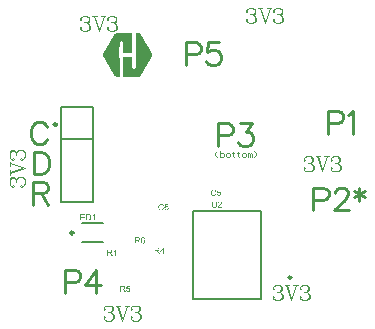
<source format=gbr>
G04*
G04 #@! TF.GenerationSoftware,Altium Limited,Altium Designer,25.8.1 (18)*
G04*
G04 Layer_Color=65535*
%FSLAX44Y44*%
%MOMM*%
G71*
G04*
G04 #@! TF.SameCoordinates,1A4DDBEB-C1CA-4CE2-9A89-746601BF3F7A*
G04*
G04*
G04 #@! TF.FilePolarity,Positive*
G04*
G01*
G75*
%ADD10C,0.2500*%
%ADD11C,0.2000*%
%ADD12C,0.1016*%
%ADD13C,0.2540*%
G36*
X-46634Y106172D02*
Y106020D01*
Y105867D01*
Y105715D01*
Y105562D01*
Y105410D01*
Y105258D01*
Y105105D01*
Y104953D01*
Y104800D01*
Y104648D01*
Y104496D01*
Y104343D01*
Y104191D01*
Y104038D01*
Y103886D01*
Y103734D01*
Y103581D01*
Y103429D01*
Y103276D01*
Y103124D01*
Y102972D01*
Y102819D01*
Y102667D01*
Y102514D01*
Y102362D01*
Y102210D01*
Y102057D01*
Y101905D01*
Y101752D01*
Y101600D01*
Y101448D01*
Y101295D01*
Y101143D01*
Y100990D01*
Y100838D01*
Y100686D01*
Y100533D01*
Y100381D01*
Y100228D01*
Y100076D01*
Y99924D01*
Y99771D01*
Y99619D01*
Y99466D01*
Y99314D01*
Y99162D01*
Y99009D01*
Y98857D01*
Y98704D01*
Y98552D01*
Y98400D01*
Y98247D01*
Y98095D01*
Y97942D01*
Y97790D01*
Y97638D01*
Y97485D01*
Y97333D01*
Y97180D01*
Y97028D01*
Y96876D01*
Y96723D01*
Y96571D01*
Y96418D01*
Y96266D01*
Y96114D01*
Y95961D01*
Y95809D01*
Y95656D01*
Y95504D01*
Y95352D01*
Y95199D01*
Y95047D01*
Y94894D01*
Y94742D01*
Y94590D01*
Y94437D01*
Y94285D01*
Y94132D01*
Y93980D01*
Y93828D01*
Y93675D01*
Y93523D01*
Y93370D01*
Y93218D01*
Y93066D01*
Y92913D01*
Y92761D01*
Y92608D01*
Y92456D01*
Y92304D01*
Y92151D01*
Y91999D01*
Y91846D01*
Y91694D01*
Y91542D01*
Y91389D01*
Y91237D01*
Y91084D01*
Y90932D01*
Y90780D01*
Y90627D01*
Y90475D01*
Y90322D01*
Y90170D01*
Y90018D01*
Y89865D01*
Y89713D01*
X-53645D01*
Y89865D01*
X-53797D01*
Y90018D01*
Y90170D01*
Y90322D01*
Y90475D01*
Y90627D01*
Y90780D01*
Y90932D01*
Y91084D01*
Y91237D01*
Y91389D01*
Y91542D01*
Y91694D01*
Y91846D01*
Y91999D01*
Y92151D01*
Y92304D01*
Y92456D01*
Y92608D01*
Y92761D01*
Y92913D01*
Y93066D01*
Y93218D01*
Y93370D01*
Y93523D01*
Y93675D01*
Y93828D01*
Y93980D01*
Y94132D01*
Y94285D01*
Y94437D01*
Y94590D01*
Y94742D01*
Y94894D01*
Y95047D01*
Y95199D01*
Y95352D01*
Y95504D01*
Y95656D01*
Y95809D01*
Y95961D01*
Y96114D01*
Y96266D01*
Y96418D01*
Y96571D01*
Y96723D01*
Y96876D01*
Y97028D01*
Y97180D01*
Y97333D01*
Y97485D01*
Y97638D01*
Y97790D01*
Y97942D01*
Y98095D01*
Y98247D01*
Y98400D01*
Y98552D01*
X-53950D01*
Y98704D01*
Y98857D01*
X-54102D01*
Y99009D01*
X-54254D01*
Y99162D01*
X-54407D01*
Y99314D01*
X-54712D01*
Y99466D01*
X-55321D01*
Y99619D01*
X-55474D01*
Y99466D01*
X-56083D01*
Y99314D01*
X-56388D01*
Y99162D01*
X-56540D01*
Y99009D01*
X-56693D01*
Y98857D01*
X-56845D01*
Y98704D01*
Y98552D01*
X-56998D01*
Y98400D01*
Y98247D01*
Y98095D01*
Y97942D01*
Y97790D01*
Y97638D01*
Y97485D01*
Y97333D01*
Y97180D01*
Y97028D01*
Y96876D01*
Y96723D01*
Y96571D01*
Y96418D01*
Y96266D01*
Y96114D01*
Y95961D01*
Y95809D01*
Y95656D01*
Y95504D01*
Y95352D01*
Y95199D01*
Y95047D01*
Y94894D01*
Y94742D01*
X-57150D01*
Y94590D01*
Y94437D01*
Y94285D01*
Y94132D01*
Y93980D01*
Y93828D01*
Y93675D01*
Y93523D01*
Y93370D01*
Y93218D01*
Y93066D01*
Y92913D01*
Y92761D01*
Y92608D01*
Y92456D01*
Y92304D01*
Y92151D01*
Y91999D01*
Y91846D01*
Y91694D01*
Y91542D01*
Y91389D01*
Y91237D01*
Y91084D01*
Y90932D01*
Y90780D01*
Y90627D01*
Y90475D01*
Y90322D01*
Y90170D01*
Y90018D01*
Y89865D01*
Y89713D01*
Y89560D01*
Y89408D01*
Y89256D01*
Y89103D01*
Y88951D01*
Y88798D01*
Y88646D01*
Y88494D01*
Y88341D01*
Y88189D01*
Y88036D01*
Y87884D01*
Y87732D01*
Y87579D01*
Y87427D01*
Y87274D01*
Y87122D01*
Y86970D01*
Y86817D01*
Y86665D01*
Y86512D01*
Y86360D01*
Y86208D01*
Y86055D01*
Y85903D01*
Y85750D01*
Y85598D01*
Y85446D01*
Y85293D01*
X-56998D01*
Y85141D01*
Y84988D01*
Y84836D01*
Y84684D01*
Y84531D01*
Y84379D01*
Y84226D01*
Y84074D01*
Y83922D01*
Y83769D01*
Y83617D01*
Y83464D01*
Y83312D01*
Y83160D01*
Y83007D01*
Y82855D01*
Y82702D01*
Y82550D01*
Y82398D01*
Y82245D01*
Y82093D01*
Y81940D01*
Y81788D01*
Y81636D01*
Y81483D01*
Y81331D01*
Y81178D01*
Y81026D01*
Y80874D01*
Y80721D01*
Y80569D01*
Y80416D01*
Y80264D01*
Y80112D01*
Y79959D01*
Y79807D01*
Y79654D01*
Y79502D01*
Y79350D01*
Y79197D01*
Y79045D01*
Y78892D01*
Y78740D01*
Y78588D01*
Y78435D01*
Y78283D01*
Y78130D01*
Y77978D01*
Y77826D01*
Y77673D01*
Y77521D01*
Y77368D01*
Y77216D01*
Y77064D01*
Y76911D01*
Y76759D01*
Y76606D01*
Y76454D01*
Y76302D01*
Y76149D01*
Y75997D01*
Y75844D01*
Y75692D01*
Y75540D01*
Y75387D01*
Y75235D01*
Y75082D01*
Y74930D01*
Y74778D01*
Y74625D01*
Y74473D01*
Y74320D01*
Y74168D01*
Y74016D01*
Y73863D01*
Y73711D01*
Y73558D01*
Y73406D01*
Y73254D01*
Y73101D01*
Y72949D01*
Y72796D01*
Y72644D01*
Y72492D01*
Y72339D01*
Y72187D01*
Y72034D01*
Y71882D01*
Y71730D01*
Y71577D01*
Y71425D01*
Y71272D01*
Y71120D01*
Y70968D01*
Y70815D01*
Y70663D01*
Y70510D01*
Y70358D01*
Y70206D01*
Y70053D01*
Y69901D01*
Y69748D01*
Y69596D01*
X-57150D01*
Y69444D01*
X-59741D01*
Y69596D01*
X-60350D01*
Y69748D01*
X-60655D01*
Y69901D01*
X-60808D01*
Y70053D01*
X-60960D01*
Y70206D01*
X-61265D01*
Y70358D01*
Y70510D01*
X-61417D01*
Y70663D01*
X-61570D01*
Y70815D01*
Y70968D01*
X-61722D01*
Y71120D01*
X-61874D01*
Y71272D01*
Y71425D01*
X-62027D01*
Y71577D01*
Y71730D01*
X-62179D01*
Y71882D01*
Y72034D01*
X-62332D01*
Y72187D01*
X-62484D01*
Y72339D01*
Y72492D01*
X-62636D01*
Y72644D01*
Y72796D01*
X-62789D01*
Y72949D01*
X-62941D01*
Y73101D01*
Y73254D01*
X-63094D01*
Y73406D01*
Y73558D01*
X-63246D01*
Y73711D01*
Y73863D01*
X-63398D01*
Y74016D01*
X-63551D01*
Y74168D01*
Y74320D01*
X-63703D01*
Y74473D01*
Y74625D01*
X-63856D01*
Y74778D01*
Y74930D01*
X-64008D01*
Y75082D01*
X-64160D01*
Y75235D01*
Y75387D01*
X-64313D01*
Y75540D01*
Y75692D01*
X-64465D01*
Y75844D01*
Y75997D01*
X-64618D01*
Y76149D01*
X-64770D01*
Y76302D01*
Y76454D01*
X-64922D01*
Y76606D01*
Y76759D01*
X-65075D01*
Y76911D01*
X-65227D01*
Y77064D01*
Y77216D01*
X-65380D01*
Y77368D01*
Y77521D01*
X-65532D01*
Y77673D01*
Y77826D01*
X-65684D01*
Y77978D01*
X-65837D01*
Y78130D01*
Y78283D01*
X-65989D01*
Y78435D01*
Y78588D01*
X-66142D01*
Y78740D01*
Y78892D01*
X-66294D01*
Y79045D01*
X-66446D01*
Y79197D01*
Y79350D01*
X-66599D01*
Y79502D01*
Y79654D01*
X-66751D01*
Y79807D01*
Y79959D01*
X-66904D01*
Y80112D01*
X-67056D01*
Y80264D01*
Y80416D01*
X-67208D01*
Y80569D01*
Y80721D01*
X-67361D01*
Y80874D01*
Y81026D01*
X-67513D01*
Y81178D01*
X-67666D01*
Y81331D01*
Y81483D01*
X-67818D01*
Y81636D01*
Y81788D01*
X-67970D01*
Y81940D01*
Y82093D01*
X-68123D01*
Y82245D01*
X-68275D01*
Y82398D01*
Y82550D01*
X-68428D01*
Y82702D01*
Y82855D01*
X-68580D01*
Y83007D01*
X-68732D01*
Y83160D01*
Y83312D01*
X-68885D01*
Y83464D01*
Y83617D01*
X-69037D01*
Y83769D01*
Y83922D01*
X-69190D01*
Y84074D01*
X-69342D01*
Y84226D01*
Y84379D01*
X-69494D01*
Y84531D01*
Y84684D01*
X-69647D01*
Y84836D01*
Y84988D01*
X-69799D01*
Y85141D01*
X-69952D01*
Y85293D01*
Y85446D01*
X-70104D01*
Y85598D01*
Y85750D01*
X-70256D01*
Y85903D01*
Y86055D01*
X-70409D01*
Y86208D01*
X-70561D01*
Y86360D01*
Y86512D01*
X-70714D01*
Y86665D01*
Y86817D01*
X-70866D01*
Y86970D01*
Y87122D01*
X-71018D01*
Y87274D01*
Y87427D01*
Y87579D01*
Y87732D01*
Y87884D01*
Y88036D01*
Y88189D01*
Y88341D01*
Y88494D01*
Y88646D01*
X-70866D01*
Y88798D01*
Y88951D01*
Y89103D01*
X-70714D01*
Y89256D01*
Y89408D01*
X-70561D01*
Y89560D01*
X-70409D01*
Y89713D01*
Y89865D01*
X-70256D01*
Y90018D01*
Y90170D01*
X-70104D01*
Y90322D01*
Y90475D01*
X-69952D01*
Y90627D01*
X-69799D01*
Y90780D01*
Y90932D01*
X-69647D01*
Y91084D01*
Y91237D01*
X-69494D01*
Y91389D01*
X-69342D01*
Y91542D01*
Y91694D01*
X-69190D01*
Y91846D01*
Y91999D01*
X-69037D01*
Y92151D01*
Y92304D01*
X-68885D01*
Y92456D01*
X-68732D01*
Y92608D01*
Y92761D01*
X-68580D01*
Y92913D01*
Y93066D01*
X-68428D01*
Y93218D01*
Y93370D01*
X-68275D01*
Y93523D01*
X-68123D01*
Y93675D01*
Y93828D01*
X-67970D01*
Y93980D01*
X-67818D01*
Y94132D01*
Y94285D01*
X-67666D01*
Y94437D01*
Y94590D01*
X-67513D01*
Y94742D01*
Y94894D01*
X-67361D01*
Y95047D01*
X-67208D01*
Y95199D01*
Y95352D01*
X-67056D01*
Y95504D01*
Y95656D01*
X-66904D01*
Y95809D01*
Y95961D01*
X-66751D01*
Y96114D01*
X-66599D01*
Y96266D01*
Y96418D01*
X-66446D01*
Y96571D01*
Y96723D01*
X-66294D01*
Y96876D01*
Y97028D01*
X-66142D01*
Y97180D01*
X-65989D01*
Y97333D01*
Y97485D01*
X-65837D01*
Y97638D01*
Y97790D01*
X-65684D01*
Y97942D01*
X-65532D01*
Y98095D01*
Y98247D01*
X-65380D01*
Y98400D01*
Y98552D01*
X-65227D01*
Y98704D01*
Y98857D01*
X-65075D01*
Y99009D01*
X-64922D01*
Y99162D01*
Y99314D01*
X-64770D01*
Y99466D01*
Y99619D01*
X-64618D01*
Y99771D01*
Y99924D01*
X-64465D01*
Y100076D01*
X-64313D01*
Y100228D01*
Y100381D01*
X-64160D01*
Y100533D01*
Y100686D01*
X-64008D01*
Y100838D01*
Y100990D01*
X-63856D01*
Y101143D01*
X-63703D01*
Y101295D01*
Y101448D01*
X-63551D01*
Y101600D01*
Y101752D01*
X-63398D01*
Y101905D01*
X-63246D01*
Y102057D01*
Y102210D01*
X-63094D01*
Y102362D01*
Y102514D01*
X-62941D01*
Y102667D01*
Y102819D01*
X-62789D01*
Y102972D01*
X-62636D01*
Y103124D01*
Y103276D01*
X-62484D01*
Y103429D01*
Y103581D01*
X-62332D01*
Y103734D01*
Y103886D01*
X-62179D01*
Y104038D01*
X-62027D01*
Y104191D01*
Y104343D01*
X-61874D01*
Y104496D01*
Y104648D01*
X-61722D01*
Y104800D01*
Y104953D01*
X-61570D01*
Y105105D01*
X-61417D01*
Y105258D01*
Y105410D01*
X-61265D01*
Y105562D01*
X-61112D01*
Y105715D01*
X-60960D01*
Y105867D01*
X-60655D01*
Y106020D01*
X-60350D01*
Y106172D01*
X-60046D01*
Y106324D01*
X-46634D01*
Y106172D01*
D02*
G37*
G36*
X-40386D02*
X-39929D01*
Y106020D01*
X-39624D01*
Y105867D01*
X-39472D01*
Y105715D01*
X-39319D01*
Y105562D01*
X-39167D01*
Y105410D01*
X-39014D01*
Y105258D01*
X-38862D01*
Y105105D01*
X-38710D01*
Y104953D01*
Y104800D01*
X-38557D01*
Y104648D01*
Y104496D01*
X-38405D01*
Y104343D01*
Y104191D01*
X-38252D01*
Y104038D01*
X-38100D01*
Y103886D01*
Y103734D01*
X-37948D01*
Y103581D01*
Y103429D01*
X-37795D01*
Y103276D01*
X-37643D01*
Y103124D01*
Y102972D01*
X-37490D01*
Y102819D01*
Y102667D01*
X-37338D01*
Y102514D01*
Y102362D01*
X-37186D01*
Y102210D01*
X-37033D01*
Y102057D01*
Y101905D01*
X-36881D01*
Y101752D01*
Y101600D01*
X-36728D01*
Y101448D01*
Y101295D01*
X-36576D01*
Y101143D01*
X-36424D01*
Y100990D01*
Y100838D01*
X-36271D01*
Y100686D01*
Y100533D01*
X-36119D01*
Y100381D01*
Y100228D01*
X-35966D01*
Y100076D01*
X-35814D01*
Y99924D01*
Y99771D01*
X-35662D01*
Y99619D01*
Y99466D01*
X-35509D01*
Y99314D01*
X-35357D01*
Y99162D01*
Y99009D01*
X-35204D01*
Y98857D01*
Y98704D01*
X-35052D01*
Y98552D01*
Y98400D01*
X-34900D01*
Y98247D01*
X-34747D01*
Y98095D01*
Y97942D01*
X-34595D01*
Y97790D01*
Y97638D01*
X-34442D01*
Y97485D01*
Y97333D01*
X-34290D01*
Y97180D01*
X-34138D01*
Y97028D01*
Y96876D01*
X-33985D01*
Y96723D01*
Y96571D01*
X-33833D01*
Y96418D01*
Y96266D01*
X-33680D01*
Y96114D01*
X-33528D01*
Y95961D01*
Y95809D01*
X-33376D01*
Y95656D01*
Y95504D01*
X-33223D01*
Y95352D01*
X-33071D01*
Y95199D01*
Y95047D01*
X-32918D01*
Y94894D01*
Y94742D01*
X-32766D01*
Y94590D01*
Y94437D01*
X-32614D01*
Y94285D01*
X-32461D01*
Y94132D01*
Y93980D01*
X-32309D01*
Y93828D01*
Y93675D01*
X-32156D01*
Y93523D01*
Y93370D01*
X-32004D01*
Y93218D01*
X-31852D01*
Y93066D01*
Y92913D01*
X-31699D01*
Y92761D01*
Y92608D01*
X-31547D01*
Y92456D01*
Y92304D01*
X-31394D01*
Y92151D01*
X-31242D01*
Y91999D01*
Y91846D01*
X-31090D01*
Y91694D01*
Y91542D01*
X-30937D01*
Y91389D01*
X-30785D01*
Y91237D01*
Y91084D01*
X-30632D01*
Y90932D01*
Y90780D01*
X-30480D01*
Y90627D01*
Y90475D01*
X-30328D01*
Y90322D01*
X-30175D01*
Y90170D01*
Y90018D01*
X-30023D01*
Y89865D01*
Y89713D01*
X-29870D01*
Y89560D01*
Y89408D01*
X-29718D01*
Y89256D01*
X-29566D01*
Y89103D01*
Y88951D01*
X-29413D01*
Y88798D01*
Y88646D01*
Y88494D01*
Y88341D01*
X-29261D01*
Y88189D01*
Y88036D01*
Y87884D01*
Y87732D01*
Y87579D01*
X-29413D01*
Y87427D01*
Y87274D01*
Y87122D01*
Y86970D01*
X-29566D01*
Y86817D01*
Y86665D01*
X-29718D01*
Y86512D01*
Y86360D01*
X-29870D01*
Y86208D01*
Y86055D01*
X-30023D01*
Y85903D01*
X-30175D01*
Y85750D01*
Y85598D01*
X-30328D01*
Y85446D01*
Y85293D01*
X-30480D01*
Y85141D01*
X-30632D01*
Y84988D01*
Y84836D01*
X-30785D01*
Y84684D01*
Y84531D01*
X-30937D01*
Y84379D01*
Y84226D01*
X-31090D01*
Y84074D01*
X-31242D01*
Y83922D01*
Y83769D01*
X-31394D01*
Y83617D01*
Y83464D01*
X-31547D01*
Y83312D01*
Y83160D01*
X-31699D01*
Y83007D01*
X-31852D01*
Y82855D01*
Y82702D01*
X-32004D01*
Y82550D01*
Y82398D01*
X-32156D01*
Y82245D01*
X-32309D01*
Y82093D01*
Y81940D01*
X-32461D01*
Y81788D01*
Y81636D01*
X-32614D01*
Y81483D01*
Y81331D01*
X-32766D01*
Y81178D01*
X-32918D01*
Y81026D01*
Y80874D01*
X-33071D01*
Y80721D01*
Y80569D01*
X-33223D01*
Y80416D01*
Y80264D01*
X-33376D01*
Y80112D01*
X-33528D01*
Y79959D01*
Y79807D01*
X-33680D01*
Y79654D01*
Y79502D01*
X-33833D01*
Y79350D01*
X-33985D01*
Y79197D01*
Y79045D01*
X-34138D01*
Y78892D01*
Y78740D01*
X-34290D01*
Y78588D01*
Y78435D01*
X-34442D01*
Y78283D01*
X-34595D01*
Y78130D01*
Y77978D01*
X-34747D01*
Y77826D01*
Y77673D01*
X-34900D01*
Y77521D01*
Y77368D01*
X-35052D01*
Y77216D01*
Y77064D01*
X-35204D01*
Y76911D01*
Y76759D01*
X-35357D01*
Y76606D01*
X-35509D01*
Y76454D01*
Y76302D01*
X-35662D01*
Y76149D01*
Y75997D01*
X-35814D01*
Y75844D01*
X-35966D01*
Y75692D01*
Y75540D01*
X-36119D01*
Y75387D01*
Y75235D01*
X-36271D01*
Y75082D01*
Y74930D01*
X-36424D01*
Y74778D01*
X-36576D01*
Y74625D01*
Y74473D01*
X-36728D01*
Y74320D01*
Y74168D01*
X-36881D01*
Y74016D01*
Y73863D01*
X-37033D01*
Y73711D01*
X-37186D01*
Y73558D01*
Y73406D01*
X-37338D01*
Y73254D01*
Y73101D01*
X-37490D01*
Y72949D01*
Y72796D01*
X-37643D01*
Y72644D01*
X-37795D01*
Y72492D01*
Y72339D01*
X-37948D01*
Y72187D01*
Y72034D01*
X-38100D01*
Y71882D01*
Y71730D01*
X-38252D01*
Y71577D01*
X-38405D01*
Y71425D01*
Y71272D01*
X-38557D01*
Y71120D01*
Y70968D01*
X-38710D01*
Y70815D01*
X-38862D01*
Y70663D01*
Y70510D01*
X-39014D01*
Y70358D01*
X-39167D01*
Y70206D01*
X-39319D01*
Y70053D01*
X-39472D01*
Y69901D01*
X-39776D01*
Y69748D01*
X-40081D01*
Y69596D01*
X-40538D01*
Y69444D01*
X-53645D01*
Y69596D01*
X-53797D01*
Y69748D01*
Y69901D01*
Y70053D01*
Y70206D01*
Y70358D01*
Y70510D01*
Y70663D01*
Y70815D01*
Y70968D01*
Y71120D01*
Y71272D01*
Y71425D01*
Y71577D01*
Y71730D01*
Y71882D01*
Y72034D01*
Y72187D01*
Y72339D01*
Y72492D01*
Y72644D01*
Y72796D01*
Y72949D01*
Y73101D01*
Y73254D01*
Y73406D01*
Y73558D01*
Y73711D01*
Y73863D01*
Y74016D01*
Y74168D01*
Y74320D01*
Y74473D01*
Y74625D01*
Y74778D01*
Y74930D01*
Y75082D01*
Y75235D01*
Y75387D01*
Y75540D01*
Y75692D01*
Y75844D01*
Y75997D01*
Y76149D01*
Y76302D01*
Y76454D01*
Y76606D01*
Y76759D01*
Y76911D01*
Y77064D01*
Y77216D01*
Y77368D01*
Y77521D01*
Y77673D01*
Y77826D01*
Y77978D01*
Y78130D01*
Y78283D01*
Y78435D01*
Y78588D01*
Y78740D01*
Y78892D01*
Y79045D01*
Y79197D01*
Y79350D01*
Y79502D01*
Y79654D01*
Y79807D01*
Y79959D01*
Y80112D01*
Y80264D01*
Y80416D01*
Y80569D01*
Y80721D01*
Y80874D01*
Y81026D01*
Y81178D01*
Y81331D01*
Y81483D01*
Y81636D01*
Y81788D01*
Y81940D01*
Y82093D01*
Y82245D01*
Y82398D01*
Y82550D01*
Y82702D01*
Y82855D01*
Y83007D01*
Y83160D01*
Y83312D01*
Y83464D01*
Y83617D01*
Y83769D01*
Y83922D01*
Y84074D01*
Y84226D01*
Y84379D01*
Y84531D01*
Y84684D01*
Y84836D01*
Y84988D01*
Y85141D01*
Y85293D01*
Y85446D01*
Y85598D01*
Y85750D01*
Y85903D01*
Y86055D01*
X-53645D01*
Y86208D01*
X-46634D01*
Y86055D01*
Y85903D01*
Y85750D01*
Y85598D01*
Y85446D01*
Y85293D01*
Y85141D01*
Y84988D01*
Y84836D01*
Y84684D01*
Y84531D01*
Y84379D01*
Y84226D01*
Y84074D01*
Y83922D01*
Y83769D01*
Y83617D01*
Y83464D01*
Y83312D01*
Y83160D01*
Y83007D01*
Y82855D01*
Y82702D01*
Y82550D01*
Y82398D01*
Y82245D01*
Y82093D01*
Y81940D01*
Y81788D01*
Y81636D01*
Y81483D01*
Y81331D01*
Y81178D01*
Y81026D01*
Y80874D01*
Y80721D01*
Y80569D01*
Y80416D01*
Y80264D01*
Y80112D01*
X-46482D01*
Y79959D01*
Y79807D01*
Y79654D01*
Y79502D01*
Y79350D01*
Y79197D01*
Y79045D01*
Y78892D01*
Y78740D01*
Y78588D01*
Y78435D01*
Y78283D01*
Y78130D01*
Y77978D01*
Y77826D01*
Y77673D01*
Y77521D01*
Y77368D01*
Y77216D01*
X-46330D01*
Y77064D01*
X-46177D01*
Y76911D01*
Y76759D01*
X-45872D01*
Y76606D01*
X-45720D01*
Y76454D01*
X-45263D01*
Y76302D01*
X-44501D01*
Y76454D01*
X-44196D01*
Y76606D01*
X-43891D01*
Y76759D01*
X-43739D01*
Y76911D01*
X-43586D01*
Y77064D01*
X-43434D01*
Y77216D01*
Y77368D01*
Y77521D01*
X-43282D01*
Y77673D01*
Y77826D01*
Y77978D01*
Y78130D01*
Y78283D01*
Y78435D01*
Y78588D01*
Y78740D01*
Y78892D01*
Y79045D01*
Y79197D01*
Y79350D01*
Y79502D01*
Y79654D01*
Y79807D01*
Y79959D01*
Y80112D01*
Y80264D01*
Y80416D01*
Y80569D01*
Y80721D01*
Y80874D01*
Y81026D01*
Y81178D01*
Y81331D01*
Y81483D01*
Y81636D01*
Y81788D01*
Y81940D01*
Y82093D01*
Y82245D01*
Y82398D01*
Y82550D01*
Y82702D01*
Y82855D01*
Y83007D01*
Y83160D01*
Y83312D01*
Y83464D01*
Y83617D01*
Y83769D01*
Y83922D01*
Y84074D01*
Y84226D01*
Y84379D01*
Y84531D01*
Y84684D01*
Y84836D01*
Y84988D01*
Y85141D01*
Y85293D01*
Y85446D01*
Y85598D01*
Y85750D01*
Y85903D01*
Y86055D01*
Y86208D01*
Y86360D01*
Y86512D01*
Y86665D01*
Y86817D01*
Y86970D01*
Y87122D01*
Y87274D01*
Y87427D01*
Y87579D01*
Y87732D01*
Y87884D01*
Y88036D01*
Y88189D01*
Y88341D01*
Y88494D01*
Y88646D01*
Y88798D01*
Y88951D01*
Y89103D01*
Y89256D01*
Y89408D01*
Y89560D01*
Y89713D01*
Y89865D01*
Y90018D01*
Y90170D01*
Y90322D01*
Y90475D01*
Y90627D01*
Y90780D01*
Y90932D01*
Y91084D01*
Y91237D01*
Y91389D01*
Y91542D01*
Y91694D01*
Y91846D01*
Y91999D01*
Y92151D01*
Y92304D01*
Y92456D01*
Y92608D01*
Y92761D01*
Y92913D01*
Y93066D01*
Y93218D01*
Y93370D01*
Y93523D01*
Y93675D01*
Y93828D01*
Y93980D01*
Y94132D01*
Y94285D01*
Y94437D01*
Y94590D01*
Y94742D01*
Y94894D01*
Y95047D01*
Y95199D01*
Y95352D01*
Y95504D01*
Y95656D01*
Y95809D01*
Y95961D01*
Y96114D01*
Y96266D01*
Y96418D01*
Y96571D01*
Y96723D01*
Y96876D01*
Y97028D01*
Y97180D01*
Y97333D01*
Y97485D01*
Y97638D01*
Y97790D01*
Y97942D01*
Y98095D01*
Y98247D01*
Y98400D01*
Y98552D01*
Y98704D01*
Y98857D01*
Y99009D01*
Y99162D01*
Y99314D01*
Y99466D01*
Y99619D01*
Y99771D01*
Y99924D01*
Y100076D01*
Y100228D01*
Y100381D01*
Y100533D01*
Y100686D01*
Y100838D01*
Y100990D01*
Y101143D01*
Y101295D01*
Y101448D01*
Y101600D01*
Y101752D01*
Y101905D01*
Y102057D01*
Y102210D01*
Y102362D01*
Y102514D01*
Y102667D01*
Y102819D01*
Y102972D01*
Y103124D01*
Y103276D01*
Y103429D01*
Y103581D01*
Y103734D01*
Y103886D01*
Y104038D01*
Y104191D01*
Y104343D01*
Y104496D01*
Y104648D01*
Y104800D01*
Y104953D01*
Y105105D01*
Y105258D01*
Y105410D01*
Y105562D01*
Y105715D01*
Y105867D01*
Y106020D01*
Y106172D01*
Y106324D01*
X-40386D01*
Y106172D01*
D02*
G37*
G36*
X-16978Y-38283D02*
X-16928Y-38289D01*
X-16866Y-38294D01*
X-16798Y-38306D01*
X-16725Y-38323D01*
X-16561Y-38362D01*
X-16482Y-38390D01*
X-16392Y-38424D01*
X-16307Y-38464D01*
X-16228Y-38514D01*
X-16150Y-38565D01*
X-16071Y-38627D01*
X-16065Y-38633D01*
X-16054Y-38644D01*
X-16031Y-38661D01*
X-16009Y-38689D01*
X-15975Y-38723D01*
X-15941Y-38768D01*
X-15901Y-38819D01*
X-15862Y-38875D01*
X-15822Y-38937D01*
X-15783Y-39011D01*
X-15744Y-39090D01*
X-15704Y-39174D01*
X-15670Y-39264D01*
X-15642Y-39360D01*
X-15614Y-39462D01*
X-15597Y-39574D01*
X-16234Y-39625D01*
Y-39620D01*
X-16240Y-39608D01*
X-16245Y-39591D01*
X-16251Y-39563D01*
X-16268Y-39496D01*
X-16296Y-39417D01*
X-16330Y-39326D01*
X-16375Y-39236D01*
X-16420Y-39152D01*
X-16477Y-39078D01*
X-16482Y-39073D01*
X-16488Y-39067D01*
X-16505Y-39050D01*
X-16522Y-39033D01*
X-16578Y-38988D01*
X-16657Y-38937D01*
X-16747Y-38887D01*
X-16860Y-38847D01*
X-16984Y-38813D01*
X-17052Y-38808D01*
X-17119Y-38802D01*
X-17170D01*
X-17232Y-38813D01*
X-17306Y-38825D01*
X-17390Y-38847D01*
X-17480Y-38875D01*
X-17571Y-38920D01*
X-17661Y-38977D01*
X-17666D01*
X-17672Y-38988D01*
X-17689Y-38999D01*
X-17711Y-39016D01*
X-17762Y-39067D01*
X-17830Y-39140D01*
X-17909Y-39231D01*
X-17988Y-39343D01*
X-18061Y-39473D01*
X-18134Y-39620D01*
Y-39625D01*
X-18140Y-39636D01*
X-18151Y-39665D01*
X-18163Y-39699D01*
X-18174Y-39738D01*
X-18191Y-39794D01*
X-18208Y-39857D01*
X-18225Y-39924D01*
X-18242Y-40003D01*
X-18253Y-40093D01*
X-18270Y-40195D01*
X-18287Y-40302D01*
X-18298Y-40415D01*
X-18304Y-40539D01*
X-18309Y-40674D01*
X-18315Y-40809D01*
X-18315Y-40809D01*
Y-40815D01*
X-18315Y-40809D01*
X-18304Y-40798D01*
X-18292Y-40781D01*
X-18275Y-40759D01*
X-18225Y-40697D01*
X-18163Y-40618D01*
X-18078Y-40533D01*
X-17982Y-40448D01*
X-17875Y-40370D01*
X-17757Y-40296D01*
X-17751D01*
X-17740Y-40291D01*
X-17723Y-40279D01*
X-17700Y-40268D01*
X-17666Y-40257D01*
X-17633Y-40240D01*
X-17542Y-40206D01*
X-17435Y-40178D01*
X-17317Y-40150D01*
X-17187Y-40127D01*
X-17052Y-40121D01*
X-17024D01*
X-16990Y-40127D01*
X-16945D01*
X-16888Y-40138D01*
X-16826Y-40144D01*
X-16753Y-40161D01*
X-16674Y-40178D01*
X-16595Y-40206D01*
X-16505Y-40234D01*
X-16415Y-40274D01*
X-16324Y-40319D01*
X-16228Y-40375D01*
X-16138Y-40437D01*
X-16048Y-40511D01*
X-15963Y-40595D01*
X-15958Y-40601D01*
X-15947Y-40618D01*
X-15924Y-40640D01*
X-15890Y-40680D01*
X-15856Y-40725D01*
X-15822Y-40781D01*
X-15777Y-40849D01*
X-15738Y-40922D01*
X-15698Y-41007D01*
X-15653Y-41097D01*
X-15620Y-41199D01*
X-15580Y-41306D01*
X-15552Y-41418D01*
X-15529Y-41543D01*
X-15518Y-41672D01*
X-15512Y-41807D01*
Y-41813D01*
Y-41830D01*
Y-41853D01*
X-15518Y-41892D01*
Y-41932D01*
X-15524Y-41982D01*
X-15529Y-42044D01*
X-15541Y-42106D01*
X-15563Y-42247D01*
X-15603Y-42400D01*
X-15653Y-42557D01*
X-15727Y-42721D01*
Y-42727D01*
X-15738Y-42738D01*
X-15749Y-42760D01*
X-15766Y-42789D01*
X-15789Y-42822D01*
X-15811Y-42862D01*
X-15879Y-42958D01*
X-15958Y-43059D01*
X-16059Y-43166D01*
X-16178Y-43274D01*
X-16307Y-43364D01*
X-16313D01*
X-16324Y-43375D01*
X-16347Y-43386D01*
X-16375Y-43398D01*
X-16409Y-43415D01*
X-16449Y-43432D01*
X-16499Y-43454D01*
X-16550Y-43471D01*
X-16674Y-43516D01*
X-16821Y-43550D01*
X-16978Y-43572D01*
X-17148Y-43584D01*
X-17182D01*
X-17227Y-43578D01*
X-17283Y-43572D01*
X-17351Y-43567D01*
X-17430Y-43550D01*
X-17514Y-43533D01*
X-17610Y-43510D01*
X-17711Y-43477D01*
X-17819Y-43443D01*
X-17926Y-43392D01*
X-18033Y-43336D01*
X-18146Y-43268D01*
X-18247Y-43189D01*
X-18354Y-43099D01*
X-18450Y-42997D01*
X-18456Y-42992D01*
X-18473Y-42969D01*
X-18495Y-42935D01*
X-18529Y-42884D01*
X-18569Y-42822D01*
X-18608Y-42744D01*
X-18653Y-42648D01*
X-18698Y-42535D01*
X-18749Y-42411D01*
X-18794Y-42270D01*
X-18834Y-42112D01*
X-18873Y-41937D01*
X-18907Y-41746D01*
X-18930Y-41537D01*
X-18946Y-41311D01*
X-18952Y-41069D01*
Y-41063D01*
Y-41052D01*
Y-41029D01*
Y-41001D01*
Y-40967D01*
X-18946Y-40922D01*
Y-40877D01*
X-18941Y-40821D01*
X-18935Y-40697D01*
X-18924Y-40556D01*
X-18907Y-40398D01*
X-18884Y-40229D01*
X-18851Y-40048D01*
X-18817Y-39868D01*
X-18772Y-39687D01*
X-18715Y-39507D01*
X-18653Y-39332D01*
X-18580Y-39163D01*
X-18490Y-39011D01*
X-18394Y-38875D01*
X-18388Y-38870D01*
X-18371Y-38847D01*
X-18343Y-38819D01*
X-18304Y-38779D01*
X-18259Y-38734D01*
X-18197Y-38684D01*
X-18129Y-38633D01*
X-18050Y-38577D01*
X-17960Y-38520D01*
X-17858Y-38469D01*
X-17751Y-38419D01*
X-17633Y-38373D01*
X-17509Y-38334D01*
X-17373Y-38306D01*
X-17232Y-38283D01*
X-17080Y-38278D01*
X-17018D01*
X-16978Y-38283D01*
D02*
G37*
G36*
X-21529Y-38210D02*
X-21461Y-38216D01*
X-21382Y-38227D01*
X-21298Y-38238D01*
X-21202Y-38255D01*
X-21100Y-38278D01*
X-20993Y-38300D01*
X-20886Y-38334D01*
X-20773Y-38373D01*
X-20661Y-38419D01*
X-20554Y-38475D01*
X-20446Y-38531D01*
X-20345Y-38605D01*
X-20339Y-38610D01*
X-20322Y-38622D01*
X-20294Y-38644D01*
X-20260Y-38678D01*
X-20215Y-38717D01*
X-20164Y-38768D01*
X-20114Y-38825D01*
X-20052Y-38892D01*
X-19990Y-38965D01*
X-19928Y-39050D01*
X-19866Y-39140D01*
X-19809Y-39242D01*
X-19747Y-39349D01*
X-19696Y-39467D01*
X-19646Y-39591D01*
X-19600Y-39721D01*
X-20277Y-39879D01*
Y-39873D01*
X-20289Y-39857D01*
X-20294Y-39823D01*
X-20311Y-39783D01*
X-20328Y-39738D01*
X-20356Y-39687D01*
X-20412Y-39563D01*
X-20486Y-39428D01*
X-20582Y-39287D01*
X-20683Y-39157D01*
X-20745Y-39101D01*
X-20807Y-39050D01*
X-20813Y-39044D01*
X-20824Y-39039D01*
X-20841Y-39028D01*
X-20869Y-39011D01*
X-20903Y-38988D01*
X-20943Y-38965D01*
X-20988Y-38943D01*
X-21044Y-38920D01*
X-21106Y-38898D01*
X-21168Y-38875D01*
X-21315Y-38830D01*
X-21484Y-38802D01*
X-21574Y-38791D01*
X-21726D01*
X-21772Y-38796D01*
X-21822Y-38802D01*
X-21884Y-38808D01*
X-21952Y-38813D01*
X-22020Y-38825D01*
X-22183Y-38864D01*
X-22352Y-38915D01*
X-22437Y-38949D01*
X-22521Y-38988D01*
X-22600Y-39033D01*
X-22679Y-39084D01*
X-22685Y-39090D01*
X-22696Y-39095D01*
X-22719Y-39112D01*
X-22747Y-39135D01*
X-22775Y-39163D01*
X-22815Y-39202D01*
X-22854Y-39242D01*
X-22899Y-39287D01*
X-22944Y-39343D01*
X-22995Y-39400D01*
X-23085Y-39529D01*
X-23170Y-39682D01*
X-23243Y-39857D01*
Y-39862D01*
X-23249Y-39879D01*
X-23260Y-39907D01*
X-23266Y-39941D01*
X-23277Y-39986D01*
X-23294Y-40037D01*
X-23305Y-40099D01*
X-23322Y-40161D01*
X-23339Y-40234D01*
X-23350Y-40313D01*
X-23379Y-40482D01*
X-23396Y-40663D01*
X-23401Y-40855D01*
Y-40860D01*
Y-40883D01*
Y-40917D01*
X-23396Y-40967D01*
Y-41024D01*
X-23390Y-41091D01*
X-23384Y-41165D01*
X-23379Y-41249D01*
X-23367Y-41340D01*
X-23356Y-41430D01*
X-23322Y-41627D01*
X-23271Y-41824D01*
X-23209Y-42016D01*
Y-42022D01*
X-23198Y-42039D01*
X-23187Y-42061D01*
X-23175Y-42095D01*
X-23153Y-42140D01*
X-23125Y-42185D01*
X-23063Y-42292D01*
X-22978Y-42417D01*
X-22877Y-42535D01*
X-22753Y-42653D01*
X-22685Y-42704D01*
X-22612Y-42755D01*
X-22606D01*
X-22595Y-42766D01*
X-22572Y-42777D01*
X-22538Y-42794D01*
X-22499Y-42811D01*
X-22454Y-42834D01*
X-22403Y-42851D01*
X-22347Y-42873D01*
X-22217Y-42918D01*
X-22065Y-42958D01*
X-21901Y-42986D01*
X-21817Y-42992D01*
X-21726Y-42997D01*
X-21670D01*
X-21630Y-42992D01*
X-21580Y-42986D01*
X-21523Y-42980D01*
X-21456Y-42969D01*
X-21388Y-42958D01*
X-21230Y-42918D01*
X-21151Y-42890D01*
X-21067Y-42856D01*
X-20982Y-42817D01*
X-20903Y-42772D01*
X-20824Y-42721D01*
X-20745Y-42665D01*
X-20740Y-42659D01*
X-20728Y-42648D01*
X-20706Y-42631D01*
X-20678Y-42603D01*
X-20649Y-42569D01*
X-20610Y-42524D01*
X-20570Y-42473D01*
X-20525Y-42417D01*
X-20480Y-42349D01*
X-20435Y-42276D01*
X-20390Y-42197D01*
X-20345Y-42106D01*
X-20305Y-42010D01*
X-20266Y-41903D01*
X-20227Y-41791D01*
X-20198Y-41672D01*
X-19510Y-41847D01*
Y-41858D01*
X-19522Y-41886D01*
X-19533Y-41926D01*
X-19555Y-41988D01*
X-19578Y-42056D01*
X-19612Y-42140D01*
X-19646Y-42230D01*
X-19691Y-42326D01*
X-19741Y-42433D01*
X-19798Y-42535D01*
X-19860Y-42648D01*
X-19933Y-42755D01*
X-20012Y-42856D01*
X-20097Y-42958D01*
X-20193Y-43054D01*
X-20294Y-43144D01*
X-20300Y-43149D01*
X-20322Y-43161D01*
X-20350Y-43183D01*
X-20396Y-43211D01*
X-20446Y-43245D01*
X-20514Y-43285D01*
X-20587Y-43324D01*
X-20678Y-43364D01*
X-20773Y-43403D01*
X-20875Y-43443D01*
X-20988Y-43482D01*
X-21112Y-43516D01*
X-21241Y-43544D01*
X-21377Y-43567D01*
X-21518Y-43578D01*
X-21670Y-43584D01*
X-21749D01*
X-21811Y-43578D01*
X-21879Y-43572D01*
X-21963Y-43567D01*
X-22053Y-43555D01*
X-22155Y-43539D01*
X-22262Y-43522D01*
X-22375Y-43499D01*
X-22488Y-43471D01*
X-22600Y-43443D01*
X-22719Y-43403D01*
X-22832Y-43358D01*
X-22939Y-43307D01*
X-23040Y-43245D01*
X-23046Y-43240D01*
X-23063Y-43229D01*
X-23091Y-43211D01*
X-23125Y-43183D01*
X-23170Y-43144D01*
X-23221Y-43104D01*
X-23277Y-43054D01*
X-23339Y-42992D01*
X-23401Y-42924D01*
X-23469Y-42851D01*
X-23531Y-42772D01*
X-23598Y-42681D01*
X-23666Y-42586D01*
X-23728Y-42484D01*
X-23784Y-42371D01*
X-23841Y-42253D01*
X-23847Y-42247D01*
X-23852Y-42225D01*
X-23863Y-42185D01*
X-23880Y-42140D01*
X-23903Y-42078D01*
X-23925Y-42010D01*
X-23948Y-41926D01*
X-23976Y-41836D01*
X-23999Y-41734D01*
X-24027Y-41627D01*
X-24050Y-41514D01*
X-24067Y-41390D01*
X-24100Y-41131D01*
X-24106Y-40995D01*
X-24112Y-40860D01*
Y-40849D01*
Y-40826D01*
Y-40781D01*
X-24106Y-40725D01*
X-24100Y-40651D01*
X-24095Y-40567D01*
X-24083Y-40477D01*
X-24072Y-40375D01*
X-24055Y-40268D01*
X-24038Y-40155D01*
X-23982Y-39913D01*
X-23942Y-39794D01*
X-23903Y-39676D01*
X-23858Y-39552D01*
X-23802Y-39439D01*
X-23796Y-39434D01*
X-23784Y-39411D01*
X-23768Y-39383D01*
X-23745Y-39338D01*
X-23711Y-39287D01*
X-23672Y-39231D01*
X-23627Y-39169D01*
X-23576Y-39095D01*
X-23514Y-39028D01*
X-23452Y-38949D01*
X-23379Y-38875D01*
X-23300Y-38796D01*
X-23215Y-38723D01*
X-23125Y-38650D01*
X-23023Y-38582D01*
X-22922Y-38520D01*
X-22916Y-38514D01*
X-22894Y-38509D01*
X-22865Y-38492D01*
X-22820Y-38469D01*
X-22770Y-38447D01*
X-22702Y-38419D01*
X-22629Y-38390D01*
X-22550Y-38362D01*
X-22459Y-38334D01*
X-22358Y-38306D01*
X-22256Y-38278D01*
X-22144Y-38255D01*
X-21913Y-38216D01*
X-21788Y-38210D01*
X-21659Y-38204D01*
X-21585D01*
X-21529Y-38210D01*
D02*
G37*
G36*
X-60062Y-82115D02*
X-60701D01*
Y-78047D01*
X-60709Y-78055D01*
X-60747Y-78085D01*
X-60792Y-78130D01*
X-60867Y-78183D01*
X-60950Y-78250D01*
X-61055Y-78325D01*
X-61175Y-78408D01*
X-61311Y-78491D01*
X-61318D01*
X-61326Y-78498D01*
X-61371Y-78528D01*
X-61446Y-78566D01*
X-61536Y-78611D01*
X-61641Y-78664D01*
X-61754Y-78716D01*
X-61867Y-78769D01*
X-61980Y-78814D01*
Y-78198D01*
X-61972D01*
X-61957Y-78183D01*
X-61927Y-78175D01*
X-61889Y-78152D01*
X-61844Y-78130D01*
X-61792Y-78100D01*
X-61664Y-78025D01*
X-61514Y-77942D01*
X-61363Y-77837D01*
X-61205Y-77716D01*
X-61047Y-77589D01*
X-61040Y-77581D01*
X-61032Y-77573D01*
X-61010Y-77551D01*
X-60980Y-77528D01*
X-60912Y-77453D01*
X-60822Y-77363D01*
X-60732Y-77258D01*
X-60634Y-77137D01*
X-60551Y-77017D01*
X-60476Y-76889D01*
X-60062D01*
Y-82115D01*
D02*
G37*
G36*
X-64972Y-76919D02*
X-64904D01*
X-64746Y-76927D01*
X-64581Y-76950D01*
X-64401Y-76972D01*
X-64235Y-77010D01*
X-64152Y-77032D01*
X-64085Y-77055D01*
X-64077D01*
X-64070Y-77062D01*
X-64025Y-77085D01*
X-63957Y-77115D01*
X-63874Y-77168D01*
X-63784Y-77235D01*
X-63686Y-77325D01*
X-63596Y-77431D01*
X-63506Y-77551D01*
Y-77558D01*
X-63498Y-77566D01*
X-63468Y-77611D01*
X-63438Y-77686D01*
X-63393Y-77784D01*
X-63355Y-77897D01*
X-63318Y-78032D01*
X-63295Y-78175D01*
X-63288Y-78333D01*
Y-78340D01*
Y-78355D01*
Y-78386D01*
X-63295Y-78423D01*
Y-78476D01*
X-63303Y-78528D01*
X-63333Y-78656D01*
X-63378Y-78807D01*
X-63438Y-78964D01*
X-63528Y-79122D01*
X-63589Y-79198D01*
X-63649Y-79273D01*
X-63656Y-79280D01*
X-63664Y-79288D01*
X-63686Y-79310D01*
X-63716Y-79333D01*
X-63754Y-79363D01*
X-63799Y-79393D01*
X-63859Y-79431D01*
X-63919Y-79476D01*
X-63995Y-79513D01*
X-64077Y-79551D01*
X-64167Y-79596D01*
X-64265Y-79634D01*
X-64378Y-79664D01*
X-64491Y-79701D01*
X-64619Y-79724D01*
X-64754Y-79746D01*
X-64739Y-79754D01*
X-64709Y-79769D01*
X-64664Y-79799D01*
X-64604Y-79829D01*
X-64468Y-79912D01*
X-64401Y-79964D01*
X-64340Y-80009D01*
X-64325Y-80024D01*
X-64288Y-80062D01*
X-64228Y-80122D01*
X-64152Y-80197D01*
X-64070Y-80303D01*
X-63972Y-80415D01*
X-63874Y-80551D01*
X-63769Y-80701D01*
X-62874Y-82115D01*
X-63731D01*
X-64416Y-81032D01*
Y-81025D01*
X-64431Y-81009D01*
X-64446Y-80987D01*
X-64468Y-80957D01*
X-64521Y-80874D01*
X-64588Y-80769D01*
X-64671Y-80656D01*
X-64754Y-80536D01*
X-64837Y-80423D01*
X-64912Y-80318D01*
X-64919Y-80310D01*
X-64942Y-80280D01*
X-64980Y-80235D01*
X-65032Y-80182D01*
X-65145Y-80070D01*
X-65205Y-80017D01*
X-65265Y-79972D01*
X-65273Y-79964D01*
X-65288Y-79957D01*
X-65318Y-79942D01*
X-65363Y-79919D01*
X-65408Y-79897D01*
X-65461Y-79874D01*
X-65581Y-79837D01*
X-65588D01*
X-65603Y-79829D01*
X-65634D01*
X-65671Y-79822D01*
X-65724Y-79814D01*
X-65784D01*
X-65867Y-79806D01*
X-66754D01*
Y-82115D01*
X-67446D01*
Y-76912D01*
X-65032D01*
X-64972Y-76919D01*
D02*
G37*
G36*
X-77948Y-52143D02*
X-78588D01*
Y-48075D01*
X-78595Y-48083D01*
X-78633Y-48113D01*
X-78678Y-48158D01*
X-78753Y-48211D01*
X-78836Y-48278D01*
X-78941Y-48353D01*
X-79061Y-48436D01*
X-79197Y-48519D01*
X-79204D01*
X-79212Y-48526D01*
X-79257Y-48556D01*
X-79332Y-48594D01*
X-79422Y-48639D01*
X-79527Y-48692D01*
X-79640Y-48744D01*
X-79753Y-48797D01*
X-79866Y-48842D01*
Y-48226D01*
X-79858D01*
X-79843Y-48211D01*
X-79813Y-48203D01*
X-79776Y-48180D01*
X-79730Y-48158D01*
X-79678Y-48128D01*
X-79550Y-48053D01*
X-79400Y-47970D01*
X-79249Y-47865D01*
X-79091Y-47744D01*
X-78933Y-47617D01*
X-78926Y-47609D01*
X-78918Y-47601D01*
X-78896Y-47579D01*
X-78866Y-47556D01*
X-78798Y-47481D01*
X-78708Y-47391D01*
X-78618Y-47286D01*
X-78520Y-47165D01*
X-78437Y-47045D01*
X-78362Y-46917D01*
X-77948D01*
Y-52143D01*
D02*
G37*
G36*
X-83204Y-46947D02*
X-83054Y-46955D01*
X-82903Y-46970D01*
X-82753Y-46993D01*
X-82625Y-47015D01*
X-82618D01*
X-82602Y-47023D01*
X-82580D01*
X-82550Y-47038D01*
X-82467Y-47060D01*
X-82362Y-47098D01*
X-82241Y-47150D01*
X-82114Y-47218D01*
X-81986Y-47293D01*
X-81866Y-47391D01*
X-81858Y-47399D01*
X-81851Y-47406D01*
X-81828Y-47429D01*
X-81798Y-47451D01*
X-81723Y-47526D01*
X-81633Y-47632D01*
X-81535Y-47759D01*
X-81430Y-47910D01*
X-81332Y-48083D01*
X-81249Y-48278D01*
Y-48286D01*
X-81242Y-48301D01*
X-81227Y-48331D01*
X-81219Y-48376D01*
X-81196Y-48429D01*
X-81181Y-48489D01*
X-81166Y-48556D01*
X-81144Y-48639D01*
X-81121Y-48722D01*
X-81106Y-48819D01*
X-81069Y-49030D01*
X-81046Y-49263D01*
X-81039Y-49519D01*
Y-49526D01*
Y-49541D01*
Y-49579D01*
Y-49616D01*
X-81046Y-49669D01*
Y-49729D01*
X-81054Y-49872D01*
X-81076Y-50037D01*
X-81099Y-50210D01*
X-81136Y-50391D01*
X-81181Y-50571D01*
Y-50579D01*
X-81189Y-50594D01*
X-81196Y-50616D01*
X-81204Y-50647D01*
X-81234Y-50729D01*
X-81279Y-50834D01*
X-81324Y-50955D01*
X-81384Y-51075D01*
X-81460Y-51203D01*
X-81535Y-51323D01*
X-81542Y-51338D01*
X-81572Y-51376D01*
X-81617Y-51428D01*
X-81678Y-51496D01*
X-81745Y-51571D01*
X-81828Y-51646D01*
X-81911Y-51729D01*
X-82008Y-51797D01*
X-82023Y-51804D01*
X-82054Y-51827D01*
X-82106Y-51857D01*
X-82181Y-51894D01*
X-82272Y-51940D01*
X-82377Y-51977D01*
X-82497Y-52022D01*
X-82633Y-52060D01*
X-82647D01*
X-82670Y-52067D01*
X-82693Y-52075D01*
X-82768Y-52083D01*
X-82873Y-52098D01*
X-82993Y-52113D01*
X-83136Y-52128D01*
X-83294Y-52135D01*
X-83467Y-52143D01*
X-85339D01*
Y-46940D01*
X-83339D01*
X-83204Y-46947D01*
D02*
G37*
G36*
X-86414Y-47556D02*
X-89489D01*
Y-49143D01*
X-86610D01*
Y-49759D01*
X-89489D01*
Y-51526D01*
X-86294D01*
Y-52143D01*
X-90181D01*
Y-46940D01*
X-86414D01*
Y-47556D01*
D02*
G37*
G36*
X-93572Y-51526D02*
X-91008D01*
Y-52143D01*
X-94263D01*
Y-46940D01*
X-93572D01*
Y-51526D01*
D02*
G37*
G36*
X25324Y-39231D02*
Y-39243D01*
Y-39265D01*
Y-39305D01*
Y-39361D01*
X25318Y-39429D01*
X25313Y-39502D01*
X25307Y-39587D01*
X25301Y-39682D01*
X25279Y-39880D01*
X25251Y-40088D01*
X25206Y-40291D01*
X25177Y-40387D01*
X25143Y-40477D01*
Y-40483D01*
X25138Y-40500D01*
X25127Y-40523D01*
X25110Y-40557D01*
X25087Y-40596D01*
X25064Y-40641D01*
X24997Y-40743D01*
X24957Y-40805D01*
X24912Y-40861D01*
X24856Y-40929D01*
X24799Y-40991D01*
X24732Y-41053D01*
X24664Y-41115D01*
X24585Y-41171D01*
X24501Y-41227D01*
X24495Y-41233D01*
X24478Y-41239D01*
X24455Y-41256D01*
X24416Y-41273D01*
X24371Y-41295D01*
X24314Y-41318D01*
X24253Y-41346D01*
X24174Y-41368D01*
X24095Y-41397D01*
X24004Y-41425D01*
X23903Y-41447D01*
X23796Y-41470D01*
X23677Y-41487D01*
X23553Y-41504D01*
X23424Y-41509D01*
X23288Y-41515D01*
X23215D01*
X23164Y-41509D01*
X23102D01*
X23035Y-41504D01*
X22950Y-41493D01*
X22865Y-41481D01*
X22674Y-41453D01*
X22471Y-41408D01*
X22273Y-41346D01*
X22177Y-41312D01*
X22087Y-41267D01*
X22082Y-41261D01*
X22065Y-41256D01*
X22042Y-41239D01*
X22014Y-41222D01*
X21974Y-41194D01*
X21929Y-41160D01*
X21884Y-41126D01*
X21834Y-41081D01*
X21721Y-40979D01*
X21614Y-40855D01*
X21512Y-40709D01*
X21467Y-40624D01*
X21428Y-40539D01*
Y-40534D01*
X21422Y-40517D01*
X21411Y-40489D01*
X21399Y-40449D01*
X21382Y-40404D01*
X21365Y-40342D01*
X21349Y-40275D01*
X21332Y-40196D01*
X21309Y-40105D01*
X21292Y-40009D01*
X21275Y-39902D01*
X21264Y-39784D01*
X21247Y-39660D01*
X21241Y-39525D01*
X21230Y-39384D01*
Y-39231D01*
Y-36226D01*
X21918D01*
Y-39231D01*
Y-39237D01*
Y-39260D01*
Y-39293D01*
Y-39344D01*
X21924Y-39400D01*
Y-39462D01*
X21929Y-39536D01*
X21935Y-39609D01*
X21946Y-39773D01*
X21969Y-39936D01*
X22003Y-40094D01*
X22020Y-40167D01*
X22042Y-40229D01*
Y-40235D01*
X22048Y-40241D01*
X22053Y-40258D01*
X22065Y-40280D01*
X22099Y-40342D01*
X22144Y-40410D01*
X22200Y-40494D01*
X22273Y-40573D01*
X22364Y-40652D01*
X22471Y-40726D01*
X22476D01*
X22488Y-40731D01*
X22504Y-40743D01*
X22527Y-40754D01*
X22555Y-40765D01*
X22595Y-40776D01*
X22634Y-40793D01*
X22679Y-40810D01*
X22792Y-40838D01*
X22922Y-40867D01*
X23068Y-40889D01*
X23226Y-40895D01*
X23300D01*
X23350Y-40889D01*
X23412Y-40883D01*
X23486Y-40878D01*
X23565Y-40867D01*
X23649Y-40850D01*
X23824Y-40810D01*
X23914Y-40782D01*
X24004Y-40748D01*
X24089Y-40709D01*
X24168Y-40664D01*
X24241Y-40613D01*
X24309Y-40551D01*
X24314Y-40545D01*
X24326Y-40534D01*
X24337Y-40511D01*
X24360Y-40483D01*
X24382Y-40444D01*
X24410Y-40393D01*
X24444Y-40331D01*
X24472Y-40258D01*
X24501Y-40173D01*
X24534Y-40077D01*
X24563Y-39970D01*
X24585Y-39852D01*
X24608Y-39716D01*
X24625Y-39570D01*
X24630Y-39406D01*
X24636Y-39231D01*
Y-36226D01*
X25324D01*
Y-39231D01*
D02*
G37*
G36*
X28059Y-36215D02*
X28121Y-36220D01*
X28194Y-36232D01*
X28279Y-36243D01*
X28363Y-36260D01*
X28459Y-36282D01*
X28555Y-36310D01*
X28656Y-36344D01*
X28752Y-36384D01*
X28854Y-36435D01*
X28950Y-36491D01*
X29040Y-36553D01*
X29124Y-36626D01*
X29130Y-36632D01*
X29141Y-36643D01*
X29164Y-36671D01*
X29192Y-36700D01*
X29226Y-36739D01*
X29265Y-36790D01*
X29305Y-36846D01*
X29344Y-36914D01*
X29384Y-36981D01*
X29423Y-37060D01*
X29463Y-37145D01*
X29497Y-37235D01*
X29525Y-37337D01*
X29547Y-37438D01*
X29559Y-37545D01*
X29564Y-37658D01*
Y-37664D01*
Y-37669D01*
Y-37686D01*
Y-37709D01*
X29559Y-37771D01*
X29547Y-37850D01*
X29530Y-37946D01*
X29508Y-38047D01*
X29480Y-38160D01*
X29435Y-38273D01*
Y-38278D01*
X29429Y-38284D01*
X29423Y-38301D01*
X29412Y-38324D01*
X29378Y-38386D01*
X29333Y-38465D01*
X29271Y-38560D01*
X29198Y-38668D01*
X29113Y-38780D01*
X29006Y-38904D01*
X29000Y-38910D01*
X28995Y-38921D01*
X28972Y-38938D01*
X28950Y-38966D01*
X28916Y-39000D01*
X28876Y-39040D01*
X28831Y-39090D01*
X28775Y-39141D01*
X28707Y-39203D01*
X28634Y-39271D01*
X28555Y-39350D01*
X28465Y-39429D01*
X28369Y-39519D01*
X28262Y-39609D01*
X28143Y-39711D01*
X28019Y-39818D01*
X28014Y-39823D01*
X27997Y-39840D01*
X27963Y-39863D01*
X27929Y-39897D01*
X27878Y-39936D01*
X27827Y-39981D01*
X27709Y-40083D01*
X27585Y-40190D01*
X27467Y-40303D01*
X27410Y-40353D01*
X27359Y-40399D01*
X27314Y-40444D01*
X27280Y-40477D01*
X27275Y-40483D01*
X27252Y-40506D01*
X27224Y-40539D01*
X27185Y-40585D01*
X27140Y-40635D01*
X27095Y-40692D01*
X27004Y-40816D01*
X29570D01*
Y-41431D01*
X26125D01*
Y-41419D01*
Y-41391D01*
Y-41346D01*
X26130Y-41290D01*
X26136Y-41222D01*
X26153Y-41149D01*
X26170Y-41070D01*
X26198Y-40991D01*
Y-40985D01*
X26203Y-40974D01*
X26209Y-40957D01*
X26220Y-40929D01*
X26237Y-40900D01*
X26254Y-40861D01*
X26299Y-40771D01*
X26356Y-40664D01*
X26429Y-40545D01*
X26514Y-40421D01*
X26615Y-40297D01*
X26621Y-40291D01*
X26626Y-40280D01*
X26643Y-40263D01*
X26672Y-40235D01*
X26700Y-40207D01*
X26739Y-40167D01*
X26779Y-40122D01*
X26829Y-40072D01*
X26886Y-40015D01*
X26948Y-39959D01*
X27016Y-39891D01*
X27095Y-39823D01*
X27173Y-39750D01*
X27264Y-39677D01*
X27354Y-39598D01*
X27455Y-39513D01*
X27467Y-39508D01*
X27495Y-39479D01*
X27534Y-39446D01*
X27591Y-39395D01*
X27658Y-39339D01*
X27737Y-39271D01*
X27827Y-39197D01*
X27918Y-39113D01*
X28109Y-38938D01*
X28296Y-38752D01*
X28386Y-38662D01*
X28470Y-38572D01*
X28544Y-38487D01*
X28606Y-38408D01*
X28611Y-38402D01*
X28617Y-38391D01*
X28634Y-38369D01*
X28651Y-38340D01*
X28679Y-38301D01*
X28702Y-38261D01*
X28758Y-38160D01*
X28814Y-38042D01*
X28865Y-37912D01*
X28899Y-37777D01*
X28905Y-37709D01*
X28910Y-37641D01*
Y-37636D01*
Y-37624D01*
Y-37602D01*
X28905Y-37579D01*
Y-37545D01*
X28893Y-37506D01*
X28876Y-37421D01*
X28842Y-37320D01*
X28792Y-37213D01*
X28763Y-37156D01*
X28724Y-37106D01*
X28685Y-37055D01*
X28634Y-37004D01*
X28628Y-36998D01*
X28623Y-36993D01*
X28606Y-36981D01*
X28583Y-36964D01*
X28555Y-36942D01*
X28521Y-36919D01*
X28442Y-36869D01*
X28335Y-36824D01*
X28217Y-36779D01*
X28076Y-36750D01*
X27997Y-36739D01*
X27873D01*
X27839Y-36745D01*
X27799D01*
X27754Y-36756D01*
X27653Y-36773D01*
X27534Y-36807D01*
X27410Y-36857D01*
X27348Y-36891D01*
X27286Y-36925D01*
X27230Y-36970D01*
X27173Y-37021D01*
X27168Y-37027D01*
X27162Y-37032D01*
X27151Y-37049D01*
X27128Y-37072D01*
X27111Y-37100D01*
X27089Y-37134D01*
X27061Y-37173D01*
X27038Y-37218D01*
X27010Y-37269D01*
X26987Y-37325D01*
X26942Y-37461D01*
X26908Y-37607D01*
X26903Y-37692D01*
X26897Y-37782D01*
X26243Y-37715D01*
Y-37703D01*
X26249Y-37681D01*
X26254Y-37647D01*
X26260Y-37596D01*
X26271Y-37534D01*
X26288Y-37461D01*
X26305Y-37382D01*
X26333Y-37297D01*
X26361Y-37213D01*
X26395Y-37117D01*
X26440Y-37027D01*
X26486Y-36936D01*
X26542Y-36841D01*
X26604Y-36756D01*
X26672Y-36671D01*
X26751Y-36598D01*
X26756Y-36592D01*
X26773Y-36581D01*
X26796Y-36564D01*
X26829Y-36536D01*
X26874Y-36508D01*
X26931Y-36474D01*
X26993Y-36440D01*
X27066Y-36401D01*
X27145Y-36367D01*
X27235Y-36333D01*
X27331Y-36299D01*
X27438Y-36271D01*
X27551Y-36243D01*
X27670Y-36226D01*
X27799Y-36215D01*
X27935Y-36209D01*
X28008D01*
X28059Y-36215D01*
D02*
G37*
G36*
X-36895Y-66441D02*
X-36844Y-66446D01*
X-36782Y-66452D01*
X-36714Y-66463D01*
X-36641Y-66480D01*
X-36477Y-66519D01*
X-36399Y-66548D01*
X-36308Y-66582D01*
X-36224Y-66621D01*
X-36145Y-66672D01*
X-36066Y-66722D01*
X-35987Y-66785D01*
X-35981Y-66790D01*
X-35970Y-66802D01*
X-35947Y-66818D01*
X-35925Y-66847D01*
X-35891Y-66880D01*
X-35857Y-66926D01*
X-35818Y-66976D01*
X-35778Y-67033D01*
X-35739Y-67095D01*
X-35699Y-67168D01*
X-35660Y-67247D01*
X-35621Y-67332D01*
X-35587Y-67422D01*
X-35558Y-67518D01*
X-35530Y-67619D01*
X-35513Y-67732D01*
X-36151Y-67783D01*
Y-67777D01*
X-36156Y-67766D01*
X-36162Y-67749D01*
X-36167Y-67721D01*
X-36184Y-67653D01*
X-36212Y-67574D01*
X-36246Y-67484D01*
X-36291Y-67393D01*
X-36337Y-67309D01*
X-36393Y-67236D01*
X-36399Y-67230D01*
X-36404Y-67224D01*
X-36421Y-67207D01*
X-36438Y-67190D01*
X-36495Y-67145D01*
X-36573Y-67095D01*
X-36664Y-67044D01*
X-36776Y-67004D01*
X-36900Y-66971D01*
X-36968Y-66965D01*
X-37036Y-66959D01*
X-37087D01*
X-37149Y-66971D01*
X-37222Y-66982D01*
X-37306Y-67004D01*
X-37397Y-67033D01*
X-37487Y-67078D01*
X-37577Y-67134D01*
X-37583D01*
X-37588Y-67145D01*
X-37605Y-67157D01*
X-37628Y-67174D01*
X-37679Y-67224D01*
X-37746Y-67298D01*
X-37825Y-67388D01*
X-37904Y-67501D01*
X-37977Y-67630D01*
X-38051Y-67777D01*
Y-67783D01*
X-38056Y-67794D01*
X-38068Y-67822D01*
X-38079Y-67856D01*
X-38090Y-67895D01*
X-38107Y-67952D01*
X-38124Y-68014D01*
X-38141Y-68081D01*
X-38158Y-68160D01*
X-38169Y-68251D01*
X-38186Y-68352D01*
X-38203Y-68459D01*
X-38214Y-68572D01*
X-38220Y-68696D01*
X-38226Y-68831D01*
X-38231Y-68966D01*
X-38231Y-68967D01*
Y-68972D01*
X-38231Y-68966D01*
X-38220Y-68955D01*
X-38209Y-68939D01*
X-38192Y-68916D01*
X-38141Y-68854D01*
X-38079Y-68775D01*
X-37994Y-68691D01*
X-37898Y-68606D01*
X-37791Y-68527D01*
X-37673Y-68454D01*
X-37667D01*
X-37656Y-68448D01*
X-37639Y-68437D01*
X-37617Y-68425D01*
X-37583Y-68414D01*
X-37549Y-68397D01*
X-37459Y-68363D01*
X-37352Y-68335D01*
X-37233Y-68307D01*
X-37104Y-68285D01*
X-36968Y-68279D01*
X-36940D01*
X-36906Y-68285D01*
X-36861D01*
X-36805Y-68296D01*
X-36743Y-68301D01*
X-36669Y-68318D01*
X-36590Y-68335D01*
X-36511Y-68363D01*
X-36421Y-68392D01*
X-36331Y-68431D01*
X-36241Y-68476D01*
X-36145Y-68533D01*
X-36055Y-68595D01*
X-35964Y-68668D01*
X-35880Y-68752D01*
X-35874Y-68758D01*
X-35863Y-68775D01*
X-35840Y-68798D01*
X-35807Y-68837D01*
X-35773Y-68882D01*
X-35739Y-68939D01*
X-35694Y-69006D01*
X-35654Y-69079D01*
X-35615Y-69164D01*
X-35570Y-69254D01*
X-35536Y-69356D01*
X-35496Y-69463D01*
X-35468Y-69576D01*
X-35446Y-69700D01*
X-35434Y-69830D01*
X-35429Y-69965D01*
Y-69970D01*
Y-69987D01*
Y-70010D01*
X-35434Y-70049D01*
Y-70089D01*
X-35440Y-70140D01*
X-35446Y-70202D01*
X-35457Y-70264D01*
X-35480Y-70405D01*
X-35519Y-70557D01*
X-35570Y-70715D01*
X-35643Y-70878D01*
Y-70884D01*
X-35654Y-70895D01*
X-35666Y-70918D01*
X-35682Y-70946D01*
X-35705Y-70980D01*
X-35728Y-71019D01*
X-35795Y-71115D01*
X-35874Y-71217D01*
X-35976Y-71324D01*
X-36094Y-71431D01*
X-36224Y-71521D01*
X-36229D01*
X-36241Y-71532D01*
X-36263Y-71544D01*
X-36291Y-71555D01*
X-36325Y-71572D01*
X-36365Y-71589D01*
X-36416Y-71611D01*
X-36466Y-71628D01*
X-36590Y-71673D01*
X-36737Y-71707D01*
X-36895Y-71730D01*
X-37064Y-71741D01*
X-37098D01*
X-37143Y-71735D01*
X-37199Y-71730D01*
X-37267Y-71724D01*
X-37346Y-71707D01*
X-37431Y-71690D01*
X-37526Y-71668D01*
X-37628Y-71634D01*
X-37735Y-71600D01*
X-37842Y-71549D01*
X-37949Y-71493D01*
X-38062Y-71425D01*
X-38164Y-71346D01*
X-38271Y-71256D01*
X-38366Y-71155D01*
X-38372Y-71149D01*
X-38389Y-71126D01*
X-38412Y-71093D01*
X-38445Y-71042D01*
X-38485Y-70980D01*
X-38524Y-70901D01*
X-38570Y-70805D01*
X-38615Y-70692D01*
X-38665Y-70568D01*
X-38710Y-70427D01*
X-38750Y-70269D01*
X-38790Y-70094D01*
X-38823Y-69903D01*
X-38846Y-69694D01*
X-38863Y-69469D01*
X-38868Y-69226D01*
Y-69220D01*
Y-69209D01*
Y-69187D01*
Y-69159D01*
Y-69125D01*
X-38863Y-69079D01*
Y-69034D01*
X-38857Y-68978D01*
X-38851Y-68854D01*
X-38840Y-68713D01*
X-38823Y-68555D01*
X-38801Y-68386D01*
X-38767Y-68205D01*
X-38733Y-68025D01*
X-38688Y-67845D01*
X-38632Y-67664D01*
X-38570Y-67489D01*
X-38496Y-67320D01*
X-38406Y-67168D01*
X-38310Y-67033D01*
X-38305Y-67027D01*
X-38288Y-67004D01*
X-38259Y-66976D01*
X-38220Y-66937D01*
X-38175Y-66892D01*
X-38113Y-66841D01*
X-38045Y-66790D01*
X-37966Y-66734D01*
X-37876Y-66677D01*
X-37775Y-66627D01*
X-37667Y-66576D01*
X-37549Y-66531D01*
X-37425Y-66491D01*
X-37290Y-66463D01*
X-37149Y-66441D01*
X-36996Y-66435D01*
X-36934D01*
X-36895Y-66441D01*
D02*
G37*
G36*
X-41338Y-66458D02*
X-41276D01*
X-41203Y-66463D01*
X-41118Y-66469D01*
X-40949Y-66486D01*
X-40774Y-66514D01*
X-40605Y-66548D01*
X-40532Y-66570D01*
X-40458Y-66593D01*
X-40453D01*
X-40442Y-66599D01*
X-40425Y-66610D01*
X-40396Y-66621D01*
X-40329Y-66655D01*
X-40250Y-66706D01*
X-40154Y-66773D01*
X-40058Y-66863D01*
X-39962Y-66965D01*
X-39878Y-67089D01*
Y-67095D01*
X-39866Y-67106D01*
X-39855Y-67123D01*
X-39844Y-67151D01*
X-39827Y-67185D01*
X-39810Y-67224D01*
X-39787Y-67270D01*
X-39765Y-67320D01*
X-39725Y-67439D01*
X-39692Y-67568D01*
X-39669Y-67715D01*
X-39658Y-67873D01*
Y-67878D01*
Y-67895D01*
Y-67929D01*
X-39664Y-67963D01*
X-39669Y-68014D01*
X-39675Y-68070D01*
X-39686Y-68132D01*
X-39703Y-68200D01*
X-39748Y-68347D01*
X-39776Y-68425D01*
X-39810Y-68504D01*
X-39850Y-68583D01*
X-39900Y-68662D01*
X-39957Y-68736D01*
X-40019Y-68809D01*
X-40024Y-68815D01*
X-40036Y-68826D01*
X-40058Y-68843D01*
X-40086Y-68871D01*
X-40126Y-68899D01*
X-40171Y-68933D01*
X-40227Y-68972D01*
X-40295Y-69012D01*
X-40368Y-69051D01*
X-40447Y-69091D01*
X-40538Y-69130D01*
X-40639Y-69170D01*
X-40746Y-69204D01*
X-40865Y-69237D01*
X-40994Y-69266D01*
X-41130Y-69288D01*
X-41124D01*
X-41118Y-69294D01*
X-41084Y-69311D01*
X-41034Y-69339D01*
X-40972Y-69373D01*
X-40904Y-69412D01*
X-40836Y-69452D01*
X-40769Y-69503D01*
X-40712Y-69548D01*
X-40707Y-69553D01*
X-40701Y-69559D01*
X-40684Y-69576D01*
X-40662Y-69598D01*
X-40633Y-69626D01*
X-40599Y-69660D01*
X-40526Y-69739D01*
X-40442Y-69841D01*
X-40346Y-69959D01*
X-40244Y-70094D01*
X-40143Y-70241D01*
X-39241Y-71656D01*
X-40103D01*
X-40791Y-70574D01*
X-40797Y-70568D01*
X-40802Y-70551D01*
X-40819Y-70529D01*
X-40842Y-70495D01*
X-40865Y-70455D01*
X-40898Y-70410D01*
X-40966Y-70309D01*
X-41045Y-70190D01*
X-41124Y-70072D01*
X-41209Y-69959D01*
X-41287Y-69858D01*
Y-69852D01*
X-41299Y-69846D01*
X-41321Y-69818D01*
X-41355Y-69773D01*
X-41406Y-69722D01*
X-41457Y-69666D01*
X-41519Y-69610D01*
X-41581Y-69553D01*
X-41637Y-69514D01*
X-41643Y-69508D01*
X-41665Y-69497D01*
X-41693Y-69480D01*
X-41733Y-69457D01*
X-41784Y-69435D01*
X-41834Y-69412D01*
X-41891Y-69390D01*
X-41953Y-69373D01*
X-41958D01*
X-41975Y-69367D01*
X-42004Y-69362D01*
X-42043Y-69356D01*
X-42099D01*
X-42167Y-69350D01*
X-42246Y-69345D01*
X-43131D01*
Y-71656D01*
X-43819D01*
Y-66452D01*
X-41400D01*
X-41338Y-66458D01*
D02*
G37*
G36*
X-48086Y-107676D02*
X-48089Y-108285D01*
X-50170Y-108276D01*
X-50452Y-109674D01*
X-50446Y-109668D01*
X-50429Y-109657D01*
X-50407Y-109646D01*
X-50373Y-109623D01*
X-50328Y-109601D01*
X-50277Y-109573D01*
X-50220Y-109539D01*
X-50153Y-109511D01*
X-50085Y-109483D01*
X-50006Y-109450D01*
X-49842Y-109400D01*
X-49752Y-109378D01*
X-49661Y-109361D01*
X-49565Y-109356D01*
X-49469Y-109351D01*
X-49441Y-109351D01*
X-49402Y-109357D01*
X-49357Y-109357D01*
X-49300Y-109368D01*
X-49233Y-109374D01*
X-49154Y-109391D01*
X-49075Y-109409D01*
X-48985Y-109437D01*
X-48895Y-109466D01*
X-48799Y-109506D01*
X-48703Y-109551D01*
X-48608Y-109608D01*
X-48512Y-109671D01*
X-48417Y-109744D01*
X-48327Y-109829D01*
X-48321Y-109835D01*
X-48304Y-109852D01*
X-48282Y-109880D01*
X-48254Y-109914D01*
X-48215Y-109959D01*
X-48176Y-110022D01*
X-48136Y-110084D01*
X-48092Y-110157D01*
X-48047Y-110242D01*
X-48008Y-110338D01*
X-47963Y-110434D01*
X-47930Y-110547D01*
X-47902Y-110660D01*
X-47880Y-110784D01*
X-47863Y-110914D01*
X-47859Y-111049D01*
X-47859Y-111055D01*
X-47859Y-111083D01*
X-47859Y-111117D01*
X-47865Y-111168D01*
X-47870Y-111230D01*
X-47882Y-111297D01*
X-47894Y-111376D01*
X-47911Y-111466D01*
X-47934Y-111556D01*
X-47963Y-111658D01*
X-47997Y-111759D01*
X-48037Y-111861D01*
X-48082Y-111962D01*
X-48139Y-112069D01*
X-48202Y-112170D01*
X-48275Y-112266D01*
X-48281Y-112271D01*
X-48298Y-112294D01*
X-48326Y-112322D01*
X-48366Y-112361D01*
X-48417Y-112411D01*
X-48479Y-112462D01*
X-48553Y-112524D01*
X-48638Y-112580D01*
X-48728Y-112636D01*
X-48830Y-112697D01*
X-48943Y-112747D01*
X-49067Y-112792D01*
X-49197Y-112837D01*
X-49338Y-112864D01*
X-49485Y-112886D01*
X-49643Y-112891D01*
X-49710Y-112891D01*
X-49761Y-112885D01*
X-49823Y-112879D01*
X-49891Y-112867D01*
X-49970Y-112856D01*
X-50054Y-112839D01*
X-50144Y-112821D01*
X-50240Y-112793D01*
X-50336Y-112758D01*
X-50431Y-112718D01*
X-50527Y-112673D01*
X-50623Y-112622D01*
X-50713Y-112559D01*
X-50802Y-112491D01*
X-50808Y-112486D01*
X-50819Y-112474D01*
X-50842Y-112452D01*
X-50870Y-112418D01*
X-50909Y-112378D01*
X-50949Y-112333D01*
X-50988Y-112276D01*
X-51033Y-112208D01*
X-51077Y-112141D01*
X-51122Y-112061D01*
X-51161Y-111971D01*
X-51200Y-111881D01*
X-51239Y-111779D01*
X-51267Y-111672D01*
X-51289Y-111553D01*
X-51305Y-111435D01*
X-50634Y-111387D01*
Y-111392D01*
X-50629Y-111410D01*
X-50623Y-111432D01*
X-50618Y-111466D01*
X-50612Y-111505D01*
X-50595Y-111556D01*
X-50568Y-111664D01*
X-50523Y-111782D01*
X-50462Y-111906D01*
X-50389Y-112020D01*
X-50344Y-112070D01*
X-50299Y-112121D01*
X-50293Y-112121D01*
X-50288Y-112133D01*
X-50271Y-112144D01*
X-50248Y-112161D01*
X-50192Y-112201D01*
X-50114Y-112241D01*
X-50018Y-112286D01*
X-49905Y-112326D01*
X-49781Y-112355D01*
X-49714Y-112361D01*
X-49640Y-112367D01*
X-49595Y-112367D01*
X-49561Y-112361D01*
X-49522Y-112356D01*
X-49477Y-112351D01*
X-49370Y-112323D01*
X-49245Y-112284D01*
X-49183Y-112256D01*
X-49115Y-112222D01*
X-49047Y-112183D01*
X-48985Y-112138D01*
X-48923Y-112088D01*
X-48861Y-112026D01*
X-48855Y-112021D01*
X-48849Y-112009D01*
X-48832Y-111992D01*
X-48810Y-111964D01*
X-48787Y-111925D01*
X-48759Y-111886D01*
X-48730Y-111835D01*
X-48696Y-111779D01*
X-48668Y-111717D01*
X-48639Y-111649D01*
X-48611Y-111570D01*
X-48588Y-111492D01*
X-48565Y-111402D01*
X-48548Y-111306D01*
X-48541Y-111210D01*
X-48535Y-111103D01*
X-48535Y-111097D01*
X-48535Y-111080D01*
X-48535Y-111052D01*
X-48541Y-111012D01*
X-48546Y-110967D01*
X-48552Y-110911D01*
X-48562Y-110855D01*
X-48573Y-110787D01*
X-48607Y-110651D01*
X-48663Y-110505D01*
X-48696Y-110437D01*
X-48741Y-110369D01*
X-48786Y-110301D01*
X-48842Y-110239D01*
X-48847Y-110233D01*
X-48853Y-110227D01*
X-48875Y-110210D01*
X-48898Y-110188D01*
X-48926Y-110165D01*
X-48965Y-110137D01*
X-49005Y-110108D01*
X-49055Y-110074D01*
X-49112Y-110046D01*
X-49168Y-110017D01*
X-49309Y-109966D01*
X-49382Y-109943D01*
X-49466Y-109926D01*
X-49551Y-109920D01*
X-49641Y-109914D01*
X-49692Y-109914D01*
X-49754Y-109919D01*
X-49827Y-109930D01*
X-49917Y-109946D01*
X-50013Y-109974D01*
X-50110Y-110008D01*
X-50206Y-110058D01*
X-50217Y-110064D01*
X-50245Y-110080D01*
X-50290Y-110114D01*
X-50347Y-110153D01*
X-50404Y-110209D01*
X-50472Y-110271D01*
X-50534Y-110344D01*
X-50591Y-110423D01*
X-51188Y-110336D01*
X-50675Y-107665D01*
X-48086Y-107676D01*
D02*
G37*
G36*
X-53854Y-107584D02*
X-53793Y-107590D01*
X-53731Y-107590D01*
X-53657Y-107596D01*
X-53573Y-107602D01*
X-53404Y-107619D01*
X-53229Y-107648D01*
X-53060Y-107683D01*
X-52987Y-107706D01*
X-52913Y-107729D01*
X-52908Y-107729D01*
X-52897Y-107734D01*
X-52880Y-107746D01*
X-52852Y-107757D01*
X-52784Y-107791D01*
X-52705Y-107842D01*
X-52610Y-107910D01*
X-52514Y-108001D01*
X-52419Y-108103D01*
X-52335Y-108227D01*
X-52335Y-108233D01*
X-52324Y-108244D01*
X-52312Y-108261D01*
X-52301Y-108290D01*
X-52284Y-108323D01*
X-52268Y-108363D01*
X-52245Y-108408D01*
X-52223Y-108459D01*
X-52184Y-108578D01*
X-52151Y-108708D01*
X-52129Y-108854D01*
X-52118Y-109012D01*
X-52118Y-109018D01*
X-52118Y-109035D01*
X-52119Y-109069D01*
X-52124Y-109102D01*
X-52130Y-109153D01*
X-52136Y-109209D01*
X-52148Y-109271D01*
X-52165Y-109339D01*
X-52211Y-109485D01*
X-52239Y-109564D01*
X-52273Y-109643D01*
X-52313Y-109722D01*
X-52364Y-109801D01*
X-52421Y-109874D01*
X-52483Y-109947D01*
X-52489Y-109952D01*
X-52500Y-109964D01*
X-52523Y-109980D01*
X-52551Y-110008D01*
X-52591Y-110036D01*
X-52636Y-110070D01*
X-52693Y-110109D01*
X-52760Y-110148D01*
X-52834Y-110188D01*
X-52913Y-110227D01*
X-53003Y-110266D01*
X-53105Y-110305D01*
X-53212Y-110338D01*
X-53331Y-110372D01*
X-53461Y-110399D01*
X-53596Y-110421D01*
X-53590Y-110421D01*
X-53585Y-110427D01*
X-53551Y-110444D01*
X-53500Y-110472D01*
X-53439Y-110506D01*
X-53371Y-110546D01*
X-53304Y-110586D01*
X-53236Y-110637D01*
X-53180Y-110682D01*
X-53174Y-110688D01*
X-53169Y-110694D01*
X-53152Y-110711D01*
X-53129Y-110733D01*
X-53101Y-110762D01*
X-53068Y-110796D01*
X-52995Y-110875D01*
X-52911Y-110977D01*
X-52815Y-111096D01*
X-52714Y-111231D01*
X-52614Y-111378D01*
X-51717Y-112798D01*
X-52580Y-112794D01*
X-53263Y-111708D01*
X-53269Y-111703D01*
X-53274Y-111686D01*
X-53291Y-111663D01*
X-53314Y-111629D01*
X-53336Y-111589D01*
X-53370Y-111544D01*
X-53437Y-111442D01*
X-53515Y-111324D01*
X-53594Y-111205D01*
X-53678Y-111092D01*
X-53756Y-110990D01*
X-53756Y-110984D01*
X-53768Y-110979D01*
X-53790Y-110950D01*
X-53824Y-110905D01*
X-53874Y-110854D01*
X-53925Y-110798D01*
X-53987Y-110741D01*
X-54048Y-110684D01*
X-54105Y-110645D01*
X-54110Y-110639D01*
X-54133Y-110627D01*
X-54161Y-110610D01*
X-54200Y-110588D01*
X-54251Y-110565D01*
X-54302Y-110542D01*
X-54358Y-110519D01*
X-54420Y-110502D01*
X-54425Y-110502D01*
X-54442Y-110496D01*
X-54471Y-110491D01*
X-54510Y-110485D01*
X-54566Y-110485D01*
X-54634Y-110479D01*
X-54713Y-110473D01*
X-55598Y-110469D01*
X-55608Y-112781D01*
X-56296Y-112778D01*
X-56273Y-107573D01*
X-53854Y-107584D01*
D02*
G37*
G36*
X-19632Y-78494D02*
X-18927D01*
Y-79080D01*
X-19632D01*
Y-80326D01*
X-20269D01*
Y-79080D01*
X-22536D01*
Y-78494D01*
X-20156Y-75122D01*
X-19632D01*
Y-78494D01*
D02*
G37*
G36*
X-24820Y-75127D02*
X-24758D01*
X-24684Y-75133D01*
X-24600Y-75139D01*
X-24431Y-75156D01*
X-24256Y-75184D01*
X-24087Y-75218D01*
X-24013Y-75240D01*
X-23940Y-75263D01*
X-23934D01*
X-23923Y-75268D01*
X-23906Y-75280D01*
X-23878Y-75291D01*
X-23810Y-75325D01*
X-23731Y-75375D01*
X-23636Y-75443D01*
X-23540Y-75533D01*
X-23444Y-75635D01*
X-23359Y-75759D01*
Y-75764D01*
X-23348Y-75776D01*
X-23337Y-75793D01*
X-23326Y-75821D01*
X-23308Y-75855D01*
X-23292Y-75894D01*
X-23269Y-75939D01*
X-23247Y-75990D01*
X-23207Y-76108D01*
X-23173Y-76238D01*
X-23151Y-76385D01*
X-23139Y-76543D01*
Y-76548D01*
Y-76565D01*
Y-76599D01*
X-23145Y-76633D01*
X-23151Y-76684D01*
X-23156Y-76740D01*
X-23168Y-76802D01*
X-23184Y-76870D01*
X-23230Y-77016D01*
X-23258Y-77095D01*
X-23292Y-77174D01*
X-23331Y-77253D01*
X-23382Y-77332D01*
X-23438Y-77405D01*
X-23500Y-77479D01*
X-23506Y-77484D01*
X-23517Y-77496D01*
X-23540Y-77512D01*
X-23568Y-77541D01*
X-23607Y-77569D01*
X-23653Y-77603D01*
X-23709Y-77642D01*
X-23777Y-77682D01*
X-23850Y-77721D01*
X-23929Y-77761D01*
X-24019Y-77800D01*
X-24121Y-77840D01*
X-24228Y-77873D01*
X-24346Y-77907D01*
X-24476Y-77936D01*
X-24611Y-77958D01*
X-24606D01*
X-24600Y-77964D01*
X-24566Y-77981D01*
X-24515Y-78009D01*
X-24453Y-78043D01*
X-24385Y-78082D01*
X-24318Y-78122D01*
X-24250Y-78172D01*
X-24194Y-78217D01*
X-24188Y-78223D01*
X-24183Y-78229D01*
X-24166Y-78246D01*
X-24143Y-78268D01*
X-24115Y-78296D01*
X-24081Y-78330D01*
X-24008Y-78409D01*
X-23923Y-78511D01*
X-23827Y-78629D01*
X-23726Y-78764D01*
X-23624Y-78911D01*
X-22722Y-80326D01*
X-23585D01*
X-24273Y-79244D01*
X-24278Y-79238D01*
X-24284Y-79221D01*
X-24301Y-79198D01*
X-24323Y-79165D01*
X-24346Y-79125D01*
X-24380Y-79080D01*
X-24448Y-78979D01*
X-24527Y-78860D01*
X-24606Y-78742D01*
X-24690Y-78629D01*
X-24769Y-78527D01*
Y-78522D01*
X-24780Y-78516D01*
X-24803Y-78488D01*
X-24837Y-78443D01*
X-24887Y-78392D01*
X-24938Y-78336D01*
X-25000Y-78279D01*
X-25062Y-78223D01*
X-25119Y-78184D01*
X-25124Y-78178D01*
X-25147Y-78167D01*
X-25175Y-78150D01*
X-25215Y-78127D01*
X-25265Y-78105D01*
X-25316Y-78082D01*
X-25372Y-78060D01*
X-25434Y-78043D01*
X-25440D01*
X-25457Y-78037D01*
X-25485Y-78031D01*
X-25525Y-78026D01*
X-25581D01*
X-25649Y-78020D01*
X-25728Y-78014D01*
X-26613D01*
Y-80326D01*
X-27301D01*
Y-75122D01*
X-24882D01*
X-24820Y-75127D01*
D02*
G37*
G36*
X22898Y-26018D02*
X22965Y-26025D01*
X23048Y-26033D01*
X23131Y-26040D01*
X23228Y-26063D01*
X23431Y-26108D01*
X23657Y-26176D01*
X23770Y-26221D01*
X23875Y-26274D01*
X23980Y-26341D01*
X24085Y-26409D01*
X24093Y-26416D01*
X24108Y-26424D01*
X24138Y-26446D01*
X24176Y-26484D01*
X24213Y-26522D01*
X24266Y-26574D01*
X24318Y-26634D01*
X24379Y-26695D01*
X24439Y-26770D01*
X24499Y-26860D01*
X24567Y-26950D01*
X24627Y-27048D01*
X24679Y-27161D01*
X24739Y-27273D01*
X24785Y-27394D01*
X24830Y-27529D01*
X24153Y-27687D01*
Y-27680D01*
X24146Y-27664D01*
X24130Y-27634D01*
X24116Y-27597D01*
X24100Y-27552D01*
X24078Y-27492D01*
X24018Y-27371D01*
X23942Y-27236D01*
X23852Y-27101D01*
X23740Y-26973D01*
X23619Y-26860D01*
X23604Y-26845D01*
X23559Y-26815D01*
X23484Y-26777D01*
X23386Y-26725D01*
X23258Y-26680D01*
X23115Y-26634D01*
X22943Y-26604D01*
X22755Y-26597D01*
X22694D01*
X22657Y-26604D01*
X22604D01*
X22544Y-26612D01*
X22401Y-26634D01*
X22243Y-26665D01*
X22078Y-26717D01*
X21905Y-26792D01*
X21747Y-26890D01*
X21740D01*
X21732Y-26905D01*
X21679Y-26943D01*
X21612Y-27003D01*
X21529Y-27093D01*
X21431Y-27206D01*
X21341Y-27334D01*
X21258Y-27492D01*
X21183Y-27664D01*
Y-27672D01*
X21176Y-27687D01*
X21168Y-27710D01*
X21161Y-27747D01*
X21146Y-27792D01*
X21131Y-27845D01*
X21108Y-27973D01*
X21078Y-28123D01*
X21048Y-28289D01*
X21033Y-28469D01*
X21025Y-28664D01*
Y-28672D01*
Y-28695D01*
Y-28732D01*
Y-28777D01*
X21033Y-28830D01*
Y-28898D01*
X21040Y-28973D01*
X21048Y-29055D01*
X21070Y-29236D01*
X21108Y-29431D01*
X21153Y-29627D01*
X21213Y-29822D01*
Y-29830D01*
X21221Y-29845D01*
X21236Y-29867D01*
X21251Y-29905D01*
X21296Y-29995D01*
X21364Y-30100D01*
X21446Y-30221D01*
X21552Y-30348D01*
X21672Y-30461D01*
X21815Y-30567D01*
X21822D01*
X21837Y-30574D01*
X21860Y-30589D01*
X21890Y-30604D01*
X21928Y-30619D01*
X21973Y-30642D01*
X22078Y-30687D01*
X22213Y-30732D01*
X22364Y-30770D01*
X22529Y-30800D01*
X22702Y-30807D01*
X22755D01*
X22800Y-30800D01*
X22852D01*
X22905Y-30792D01*
X23040Y-30762D01*
X23198Y-30724D01*
X23356Y-30664D01*
X23521Y-30582D01*
X23604Y-30536D01*
X23679Y-30476D01*
X23687Y-30469D01*
X23694Y-30461D01*
X23717Y-30439D01*
X23747Y-30416D01*
X23777Y-30379D01*
X23815Y-30333D01*
X23860Y-30288D01*
X23897Y-30228D01*
X23942Y-30161D01*
X23995Y-30085D01*
X24040Y-30010D01*
X24085Y-29920D01*
X24123Y-29822D01*
X24161Y-29717D01*
X24198Y-29604D01*
X24228Y-29484D01*
X24920Y-29657D01*
Y-29664D01*
X24912Y-29694D01*
X24897Y-29739D01*
X24875Y-29800D01*
X24852Y-29867D01*
X24822Y-29950D01*
X24785Y-30040D01*
X24739Y-30138D01*
X24634Y-30348D01*
X24499Y-30559D01*
X24416Y-30664D01*
X24334Y-30770D01*
X24243Y-30860D01*
X24138Y-30950D01*
X24130Y-30958D01*
X24116Y-30973D01*
X24078Y-30988D01*
X24040Y-31018D01*
X23980Y-31055D01*
X23920Y-31093D01*
X23837Y-31130D01*
X23755Y-31168D01*
X23657Y-31213D01*
X23552Y-31251D01*
X23439Y-31288D01*
X23319Y-31326D01*
X23191Y-31356D01*
X23055Y-31371D01*
X22912Y-31386D01*
X22762Y-31394D01*
X22680D01*
X22619Y-31386D01*
X22552D01*
X22469Y-31379D01*
X22379Y-31363D01*
X22273Y-31349D01*
X22055Y-31311D01*
X21830Y-31251D01*
X21604Y-31168D01*
X21499Y-31115D01*
X21394Y-31055D01*
X21386Y-31048D01*
X21371Y-31040D01*
X21341Y-31018D01*
X21311Y-30988D01*
X21266Y-30958D01*
X21213Y-30912D01*
X21153Y-30860D01*
X21093Y-30800D01*
X21033Y-30732D01*
X20965Y-30664D01*
X20830Y-30491D01*
X20702Y-30288D01*
X20589Y-30063D01*
Y-30055D01*
X20574Y-30033D01*
X20567Y-29995D01*
X20544Y-29950D01*
X20529Y-29890D01*
X20507Y-29815D01*
X20477Y-29732D01*
X20454Y-29642D01*
X20431Y-29544D01*
X20401Y-29431D01*
X20364Y-29198D01*
X20334Y-28935D01*
X20319Y-28664D01*
Y-28657D01*
Y-28627D01*
Y-28582D01*
X20326Y-28529D01*
Y-28454D01*
X20334Y-28379D01*
X20341Y-28281D01*
X20356Y-28183D01*
X20394Y-27965D01*
X20447Y-27725D01*
X20522Y-27484D01*
X20627Y-27251D01*
X20635Y-27243D01*
X20642Y-27221D01*
X20657Y-27191D01*
X20687Y-27153D01*
X20717Y-27101D01*
X20755Y-27040D01*
X20852Y-26905D01*
X20980Y-26755D01*
X21131Y-26604D01*
X21304Y-26454D01*
X21507Y-26326D01*
X21514Y-26319D01*
X21537Y-26311D01*
X21567Y-26296D01*
X21604Y-26274D01*
X21665Y-26251D01*
X21725Y-26228D01*
X21800Y-26198D01*
X21883Y-26168D01*
X21973Y-26138D01*
X22071Y-26108D01*
X22281Y-26063D01*
X22522Y-26025D01*
X22770Y-26010D01*
X22845D01*
X22898Y-26018D01*
D02*
G37*
G36*
X28709Y-26777D02*
X26627D01*
X26348Y-28183D01*
X26356Y-28176D01*
X26371Y-28168D01*
X26393Y-28153D01*
X26431Y-28131D01*
X26476Y-28108D01*
X26529Y-28078D01*
X26649Y-28018D01*
X26799Y-27958D01*
X26965Y-27905D01*
X27145Y-27868D01*
X27236Y-27852D01*
X27401D01*
X27446Y-27860D01*
X27506Y-27868D01*
X27574Y-27875D01*
X27649Y-27890D01*
X27732Y-27913D01*
X27912Y-27965D01*
X28010Y-28003D01*
X28108Y-28055D01*
X28205Y-28108D01*
X28303Y-28168D01*
X28393Y-28243D01*
X28484Y-28326D01*
X28491Y-28334D01*
X28506Y-28349D01*
X28529Y-28371D01*
X28559Y-28409D01*
X28596Y-28461D01*
X28634Y-28514D01*
X28679Y-28582D01*
X28724Y-28657D01*
X28762Y-28740D01*
X28807Y-28830D01*
X28844Y-28935D01*
X28882Y-29040D01*
X28912Y-29153D01*
X28935Y-29281D01*
X28950Y-29409D01*
X28957Y-29544D01*
Y-29552D01*
Y-29574D01*
Y-29612D01*
X28950Y-29664D01*
X28942Y-29725D01*
X28935Y-29792D01*
X28920Y-29875D01*
X28905Y-29958D01*
X28860Y-30153D01*
X28784Y-30356D01*
X28739Y-30461D01*
X28679Y-30559D01*
X28619Y-30664D01*
X28544Y-30762D01*
X28536Y-30770D01*
X28521Y-30792D01*
X28491Y-30822D01*
X28454Y-30860D01*
X28401Y-30905D01*
X28341Y-30965D01*
X28266Y-31018D01*
X28183Y-31078D01*
X28093Y-31138D01*
X27987Y-31191D01*
X27875Y-31243D01*
X27754Y-31296D01*
X27627Y-31333D01*
X27484Y-31363D01*
X27333Y-31386D01*
X27176Y-31394D01*
X27108D01*
X27055Y-31386D01*
X26995Y-31379D01*
X26927Y-31371D01*
X26845Y-31363D01*
X26762Y-31341D01*
X26574Y-31296D01*
X26386Y-31228D01*
X26288Y-31183D01*
X26191Y-31130D01*
X26100Y-31070D01*
X26010Y-31003D01*
X26003Y-30995D01*
X25988Y-30988D01*
X25972Y-30958D01*
X25942Y-30927D01*
X25905Y-30890D01*
X25867Y-30845D01*
X25822Y-30785D01*
X25785Y-30717D01*
X25739Y-30649D01*
X25694Y-30567D01*
X25612Y-30386D01*
X25544Y-30176D01*
X25521Y-30063D01*
X25506Y-29943D01*
X26175Y-29890D01*
Y-29897D01*
Y-29913D01*
X26183Y-29935D01*
X26191Y-29973D01*
X26213Y-30055D01*
X26243Y-30168D01*
X26288Y-30281D01*
X26348Y-30409D01*
X26424Y-30522D01*
X26514Y-30627D01*
X26529Y-30634D01*
X26559Y-30664D01*
X26619Y-30702D01*
X26702Y-30747D01*
X26792Y-30792D01*
X26905Y-30830D01*
X27033Y-30860D01*
X27176Y-30867D01*
X27221D01*
X27251Y-30860D01*
X27341Y-30852D01*
X27446Y-30822D01*
X27574Y-30785D01*
X27702Y-30724D01*
X27837Y-30634D01*
X27897Y-30582D01*
X27957Y-30522D01*
X27965Y-30514D01*
X27972Y-30506D01*
X27987Y-30484D01*
X28010Y-30461D01*
X28063Y-30379D01*
X28123Y-30273D01*
X28175Y-30145D01*
X28228Y-29988D01*
X28266Y-29800D01*
X28281Y-29702D01*
Y-29597D01*
Y-29589D01*
Y-29574D01*
Y-29544D01*
X28273Y-29506D01*
Y-29461D01*
X28266Y-29409D01*
X28243Y-29288D01*
X28205Y-29146D01*
X28153Y-29003D01*
X28078Y-28867D01*
X27972Y-28740D01*
Y-28732D01*
X27957Y-28725D01*
X27920Y-28687D01*
X27852Y-28634D01*
X27762Y-28574D01*
X27642Y-28522D01*
X27506Y-28469D01*
X27348Y-28431D01*
X27258Y-28416D01*
X27115D01*
X27055Y-28424D01*
X26980Y-28431D01*
X26890Y-28454D01*
X26799Y-28476D01*
X26702Y-28514D01*
X26604Y-28559D01*
X26597Y-28567D01*
X26567Y-28582D01*
X26521Y-28619D01*
X26461Y-28657D01*
X26401Y-28709D01*
X26341Y-28777D01*
X26273Y-28845D01*
X26221Y-28928D01*
X25619Y-28845D01*
X26123Y-26168D01*
X28709D01*
Y-26777D01*
D02*
G37*
%LPC*%
G36*
X-17182Y-40685D02*
X-17221D01*
X-17255Y-40691D01*
X-17289Y-40697D01*
X-17334Y-40702D01*
X-17435Y-40725D01*
X-17554Y-40764D01*
X-17678Y-40821D01*
X-17740Y-40855D01*
X-17802Y-40894D01*
X-17864Y-40945D01*
X-17920Y-41001D01*
X-17926Y-41007D01*
X-17931Y-41018D01*
X-17948Y-41035D01*
X-17965Y-41058D01*
X-17988Y-41086D01*
X-18016Y-41125D01*
X-18044Y-41170D01*
X-18067Y-41221D01*
X-18095Y-41272D01*
X-18123Y-41334D01*
X-18174Y-41475D01*
X-18208Y-41633D01*
X-18213Y-41723D01*
X-18219Y-41813D01*
Y-41819D01*
Y-41830D01*
Y-41847D01*
Y-41870D01*
X-18213Y-41898D01*
Y-41932D01*
X-18202Y-42016D01*
X-18185Y-42112D01*
X-18163Y-42219D01*
X-18129Y-42332D01*
X-18084Y-42445D01*
Y-42450D01*
X-18078Y-42456D01*
X-18067Y-42473D01*
X-18055Y-42495D01*
X-18027Y-42546D01*
X-17982Y-42614D01*
X-17926Y-42687D01*
X-17858Y-42760D01*
X-17785Y-42834D01*
X-17695Y-42901D01*
X-17689D01*
X-17683Y-42907D01*
X-17650Y-42924D01*
X-17599Y-42952D01*
X-17531Y-42980D01*
X-17452Y-43008D01*
X-17362Y-43037D01*
X-17260Y-43054D01*
X-17159Y-43059D01*
X-17119D01*
X-17091Y-43054D01*
X-17052Y-43048D01*
X-17012Y-43042D01*
X-16917Y-43020D01*
X-16809Y-42980D01*
X-16747Y-42952D01*
X-16691Y-42924D01*
X-16629Y-42884D01*
X-16573Y-42845D01*
X-16516Y-42794D01*
X-16460Y-42738D01*
X-16454Y-42732D01*
X-16449Y-42721D01*
X-16431Y-42704D01*
X-16415Y-42676D01*
X-16392Y-42642D01*
X-16370Y-42603D01*
X-16341Y-42557D01*
X-16313Y-42501D01*
X-16285Y-42445D01*
X-16257Y-42377D01*
X-16234Y-42304D01*
X-16212Y-42225D01*
X-16195Y-42140D01*
X-16178Y-42044D01*
X-16172Y-41948D01*
X-16166Y-41847D01*
Y-41841D01*
Y-41824D01*
Y-41796D01*
X-16172Y-41757D01*
X-16178Y-41712D01*
X-16183Y-41661D01*
X-16189Y-41604D01*
X-16200Y-41543D01*
X-16234Y-41407D01*
X-16285Y-41266D01*
X-16319Y-41193D01*
X-16358Y-41125D01*
X-16403Y-41063D01*
X-16454Y-41001D01*
X-16460Y-40995D01*
X-16465Y-40990D01*
X-16482Y-40973D01*
X-16505Y-40950D01*
X-16533Y-40928D01*
X-16567Y-40900D01*
X-16652Y-40843D01*
X-16759Y-40787D01*
X-16883Y-40736D01*
X-17024Y-40697D01*
X-17103Y-40691D01*
X-17182Y-40685D01*
D02*
G37*
G36*
X-65115Y-77491D02*
X-66754D01*
Y-79212D01*
X-65205D01*
X-65115Y-79205D01*
X-65010Y-79198D01*
X-64889Y-79190D01*
X-64769Y-79175D01*
X-64649Y-79152D01*
X-64543Y-79122D01*
X-64528Y-79115D01*
X-64498Y-79100D01*
X-64453Y-79077D01*
X-64393Y-79047D01*
X-64325Y-79002D01*
X-64258Y-78949D01*
X-64190Y-78882D01*
X-64137Y-78807D01*
X-64130Y-78799D01*
X-64115Y-78769D01*
X-64092Y-78724D01*
X-64062Y-78664D01*
X-64040Y-78596D01*
X-64017Y-78521D01*
X-64002Y-78431D01*
X-63995Y-78340D01*
Y-78333D01*
Y-78325D01*
X-64002Y-78280D01*
X-64010Y-78213D01*
X-64025Y-78122D01*
X-64062Y-78032D01*
X-64107Y-77927D01*
X-64175Y-77829D01*
X-64265Y-77731D01*
X-64280Y-77724D01*
X-64318Y-77694D01*
X-64378Y-77656D01*
X-64476Y-77611D01*
X-64588Y-77566D01*
X-64739Y-77528D01*
X-64912Y-77498D01*
X-65115Y-77491D01*
D02*
G37*
G36*
X-83444Y-47556D02*
X-84647D01*
Y-51526D01*
X-83414D01*
X-83362Y-51519D01*
X-83249Y-51511D01*
X-83121Y-51504D01*
X-82986Y-51488D01*
X-82851Y-51466D01*
X-82738Y-51436D01*
X-82723Y-51428D01*
X-82685Y-51421D01*
X-82633Y-51398D01*
X-82565Y-51368D01*
X-82490Y-51323D01*
X-82415Y-51278D01*
X-82339Y-51225D01*
X-82264Y-51165D01*
X-82257Y-51150D01*
X-82226Y-51120D01*
X-82181Y-51068D01*
X-82129Y-50992D01*
X-82069Y-50895D01*
X-82001Y-50782D01*
X-81941Y-50654D01*
X-81888Y-50511D01*
Y-50504D01*
X-81881Y-50489D01*
X-81873Y-50466D01*
X-81866Y-50436D01*
X-81858Y-50398D01*
X-81843Y-50346D01*
X-81828Y-50293D01*
X-81813Y-50233D01*
X-81790Y-50083D01*
X-81768Y-49910D01*
X-81753Y-49714D01*
X-81745Y-49504D01*
Y-49496D01*
Y-49466D01*
Y-49429D01*
X-81753Y-49368D01*
Y-49301D01*
X-81760Y-49226D01*
X-81768Y-49135D01*
X-81775Y-49045D01*
X-81813Y-48842D01*
X-81858Y-48632D01*
X-81926Y-48436D01*
X-81971Y-48338D01*
X-82016Y-48256D01*
Y-48248D01*
X-82031Y-48233D01*
X-82046Y-48211D01*
X-82061Y-48180D01*
X-82121Y-48105D01*
X-82196Y-48015D01*
X-82294Y-47917D01*
X-82407Y-47820D01*
X-82535Y-47737D01*
X-82670Y-47669D01*
X-82685Y-47662D01*
X-82723Y-47654D01*
X-82790Y-47632D01*
X-82888Y-47609D01*
X-83008Y-47594D01*
X-83159Y-47572D01*
X-83249Y-47564D01*
X-83347D01*
X-83444Y-47556D01*
D02*
G37*
G36*
X-37098Y-68843D02*
X-37137D01*
X-37171Y-68848D01*
X-37205Y-68854D01*
X-37250Y-68860D01*
X-37352Y-68882D01*
X-37470Y-68922D01*
X-37594Y-68978D01*
X-37656Y-69012D01*
X-37718Y-69051D01*
X-37780Y-69102D01*
X-37836Y-69159D01*
X-37842Y-69164D01*
X-37848Y-69175D01*
X-37865Y-69192D01*
X-37882Y-69215D01*
X-37904Y-69243D01*
X-37932Y-69282D01*
X-37961Y-69328D01*
X-37983Y-69378D01*
X-38011Y-69429D01*
X-38040Y-69491D01*
X-38090Y-69632D01*
X-38124Y-69790D01*
X-38130Y-69880D01*
X-38135Y-69970D01*
Y-69976D01*
Y-69987D01*
Y-70004D01*
Y-70027D01*
X-38130Y-70055D01*
Y-70089D01*
X-38118Y-70174D01*
X-38101Y-70269D01*
X-38079Y-70377D01*
X-38045Y-70489D01*
X-38000Y-70602D01*
Y-70608D01*
X-37994Y-70613D01*
X-37983Y-70630D01*
X-37972Y-70653D01*
X-37944Y-70704D01*
X-37898Y-70771D01*
X-37842Y-70844D01*
X-37775Y-70918D01*
X-37701Y-70991D01*
X-37611Y-71059D01*
X-37605D01*
X-37600Y-71064D01*
X-37566Y-71081D01*
X-37515Y-71109D01*
X-37447Y-71138D01*
X-37369Y-71166D01*
X-37278Y-71194D01*
X-37177Y-71211D01*
X-37075Y-71217D01*
X-37036D01*
X-37008Y-71211D01*
X-36968Y-71205D01*
X-36929Y-71200D01*
X-36833Y-71177D01*
X-36726Y-71138D01*
X-36664Y-71109D01*
X-36607Y-71081D01*
X-36545Y-71042D01*
X-36489Y-71002D01*
X-36432Y-70952D01*
X-36376Y-70895D01*
X-36370Y-70890D01*
X-36365Y-70878D01*
X-36348Y-70861D01*
X-36331Y-70833D01*
X-36308Y-70799D01*
X-36286Y-70760D01*
X-36258Y-70715D01*
X-36229Y-70658D01*
X-36201Y-70602D01*
X-36173Y-70534D01*
X-36151Y-70461D01*
X-36128Y-70382D01*
X-36111Y-70297D01*
X-36094Y-70202D01*
X-36089Y-70106D01*
X-36083Y-70004D01*
Y-69999D01*
Y-69982D01*
Y-69954D01*
X-36089Y-69914D01*
X-36094Y-69869D01*
X-36100Y-69818D01*
X-36105Y-69762D01*
X-36117Y-69700D01*
X-36151Y-69564D01*
X-36201Y-69423D01*
X-36235Y-69350D01*
X-36275Y-69282D01*
X-36320Y-69220D01*
X-36370Y-69159D01*
X-36376Y-69153D01*
X-36382Y-69147D01*
X-36399Y-69130D01*
X-36421Y-69108D01*
X-36449Y-69085D01*
X-36483Y-69057D01*
X-36568Y-69001D01*
X-36675Y-68944D01*
X-36799Y-68893D01*
X-36940Y-68854D01*
X-37019Y-68848D01*
X-37098Y-68843D01*
D02*
G37*
G36*
X-41378Y-67027D02*
X-43131D01*
Y-68747D01*
X-41575D01*
X-41536Y-68741D01*
X-41490D01*
X-41383Y-68736D01*
X-41265Y-68724D01*
X-41141Y-68707D01*
X-41022Y-68685D01*
X-40915Y-68651D01*
X-40910D01*
X-40904Y-68645D01*
X-40870Y-68634D01*
X-40825Y-68611D01*
X-40763Y-68578D01*
X-40701Y-68533D01*
X-40633Y-68482D01*
X-40566Y-68414D01*
X-40509Y-68341D01*
X-40504Y-68330D01*
X-40487Y-68301D01*
X-40464Y-68262D01*
X-40436Y-68200D01*
X-40413Y-68132D01*
X-40391Y-68053D01*
X-40374Y-67963D01*
X-40368Y-67873D01*
Y-67867D01*
Y-67856D01*
Y-67839D01*
X-40374Y-67811D01*
Y-67783D01*
X-40380Y-67743D01*
X-40402Y-67659D01*
X-40436Y-67563D01*
X-40481Y-67461D01*
X-40549Y-67365D01*
X-40594Y-67315D01*
X-40639Y-67270D01*
X-40645Y-67264D01*
X-40650Y-67258D01*
X-40667Y-67247D01*
X-40690Y-67230D01*
X-40718Y-67213D01*
X-40757Y-67190D01*
X-40797Y-67168D01*
X-40848Y-67145D01*
X-40904Y-67123D01*
X-40966Y-67106D01*
X-41034Y-67083D01*
X-41107Y-67066D01*
X-41192Y-67050D01*
X-41282Y-67038D01*
X-41378Y-67027D01*
D02*
G37*
G36*
X-55588Y-108151D02*
X-55595Y-109871D01*
X-54039Y-109878D01*
X-54000Y-109872D01*
X-53955Y-109873D01*
X-53847Y-109867D01*
X-53729Y-109857D01*
X-53605Y-109840D01*
X-53486Y-109818D01*
X-53379Y-109785D01*
X-53373Y-109785D01*
X-53368Y-109779D01*
X-53334Y-109768D01*
X-53289Y-109746D01*
X-53226Y-109712D01*
X-53164Y-109667D01*
X-53096Y-109617D01*
X-53028Y-109550D01*
X-52972Y-109476D01*
X-52966Y-109465D01*
X-52949Y-109437D01*
X-52926Y-109398D01*
X-52898Y-109336D01*
X-52875Y-109268D01*
X-52852Y-109189D01*
X-52835Y-109099D01*
X-52829Y-109009D01*
X-52829Y-109003D01*
X-52829Y-108992D01*
X-52829Y-108975D01*
X-52834Y-108947D01*
X-52834Y-108919D01*
X-52839Y-108879D01*
X-52862Y-108795D01*
X-52895Y-108699D01*
X-52940Y-108597D01*
X-53007Y-108501D01*
X-53052Y-108450D01*
X-53097Y-108405D01*
X-53102Y-108399D01*
X-53108Y-108393D01*
X-53125Y-108382D01*
X-53147Y-108365D01*
X-53176Y-108348D01*
X-53215Y-108325D01*
X-53254Y-108302D01*
X-53305Y-108280D01*
X-53361Y-108257D01*
X-53423Y-108240D01*
X-53491Y-108217D01*
X-53564Y-108200D01*
X-53649Y-108182D01*
X-53739Y-108171D01*
X-53835Y-108159D01*
X-55588Y-108151D01*
D02*
G37*
G36*
X-20269Y-76148D02*
X-21910Y-78494D01*
X-20269D01*
Y-76148D01*
D02*
G37*
G36*
X-24859Y-75697D02*
X-26613D01*
Y-77417D01*
X-25057D01*
X-25017Y-77411D01*
X-24972D01*
X-24865Y-77405D01*
X-24746Y-77394D01*
X-24622Y-77377D01*
X-24504Y-77355D01*
X-24397Y-77321D01*
X-24391D01*
X-24385Y-77315D01*
X-24352Y-77304D01*
X-24307Y-77281D01*
X-24245Y-77248D01*
X-24183Y-77202D01*
X-24115Y-77152D01*
X-24047Y-77084D01*
X-23991Y-77011D01*
X-23985Y-76999D01*
X-23968Y-76971D01*
X-23946Y-76932D01*
X-23918Y-76870D01*
X-23895Y-76802D01*
X-23872Y-76723D01*
X-23856Y-76633D01*
X-23850Y-76543D01*
Y-76537D01*
Y-76526D01*
Y-76509D01*
X-23856Y-76481D01*
Y-76452D01*
X-23861Y-76413D01*
X-23884Y-76328D01*
X-23918Y-76233D01*
X-23963Y-76131D01*
X-24030Y-76035D01*
X-24075Y-75984D01*
X-24121Y-75939D01*
X-24126Y-75934D01*
X-24132Y-75928D01*
X-24149Y-75917D01*
X-24171Y-75900D01*
X-24200Y-75883D01*
X-24239Y-75860D01*
X-24278Y-75838D01*
X-24329Y-75815D01*
X-24385Y-75793D01*
X-24448Y-75776D01*
X-24515Y-75753D01*
X-24588Y-75736D01*
X-24673Y-75719D01*
X-24763Y-75708D01*
X-24859Y-75697D01*
D02*
G37*
%LPD*%
D10*
X-96023Y-62689D02*
G03*
X-96023Y-62689I-1250J0D01*
G01*
X88446Y-100330D02*
G03*
X88446Y-100330I-1250J0D01*
G01*
X-110003Y29102D02*
G03*
X-110003Y29102I-1250J0D01*
G01*
D11*
X-89023Y-54689D02*
X-71023D01*
X-89023Y-70689D02*
X-71023D01*
X5096Y-44280D02*
X63095D01*
Y-118280D02*
Y-44280D01*
X5096Y-118280D02*
Y-44280D01*
Y-118280D02*
X63095D01*
X-106354Y16402D02*
X-79654D01*
X-106354Y43703D02*
X-79654D01*
X-106354Y-36298D02*
Y43703D01*
Y-36298D02*
X-79654D01*
Y43703D01*
D12*
X25315Y1524D02*
X23622Y3217D01*
Y4910D01*
X25315Y6602D01*
X27854D02*
Y1524D01*
X30393D01*
X31240Y2370D01*
Y3217D01*
Y4063D01*
X30393Y4910D01*
X27854D01*
X33779Y1524D02*
X35471D01*
X36318Y2370D01*
Y4063D01*
X35471Y4910D01*
X33779D01*
X32932Y4063D01*
Y2370D01*
X33779Y1524D01*
X38857Y5756D02*
Y4910D01*
X38011D01*
X39704D01*
X38857D01*
Y2370D01*
X39704Y1524D01*
X43089Y5756D02*
Y4910D01*
X42243D01*
X43935D01*
X43089D01*
Y2370D01*
X43935Y1524D01*
X47321D02*
X49014D01*
X49860Y2370D01*
Y4063D01*
X49014Y4910D01*
X47321D01*
X46475Y4063D01*
Y2370D01*
X47321Y1524D01*
X51553D02*
Y4910D01*
X52399D01*
X53246Y4063D01*
Y1524D01*
Y4063D01*
X54092Y4910D01*
X54939Y4063D01*
Y1524D01*
X56631D02*
X58324Y3217D01*
Y4910D01*
X56631Y6602D01*
X-89819Y118485D02*
X-89215Y117881D01*
X-89819Y117276D01*
X-90424Y117881D01*
Y118485D01*
X-89819Y119695D01*
X-89215Y120299D01*
X-87401Y120904D01*
X-84982D01*
X-83168Y120299D01*
X-82564Y119090D01*
Y117276D01*
X-83168Y116067D01*
X-84982Y115462D01*
X-86796D01*
X-84982Y120904D02*
X-83773Y120299D01*
X-83168Y119090D01*
Y117276D01*
X-83773Y116067D01*
X-84982Y115462D01*
X-83773Y114858D01*
X-82564Y113648D01*
X-81959Y112439D01*
Y110625D01*
X-82564Y109416D01*
X-83168Y108811D01*
X-84982Y108207D01*
X-87401D01*
X-89215Y108811D01*
X-89819Y109416D01*
X-90424Y110625D01*
Y111230D01*
X-89819Y111834D01*
X-89215Y111230D01*
X-89819Y110625D01*
X-83168Y114253D02*
X-82564Y112439D01*
Y110625D01*
X-83168Y109416D01*
X-83773Y108811D01*
X-84982Y108207D01*
X-78875Y120904D02*
X-74643Y108207D01*
X-78271Y120904D02*
X-74643Y110021D01*
X-70411Y120904D02*
X-74643Y108207D01*
X-80085Y120904D02*
X-76457D01*
X-72829D02*
X-69201D01*
X-66964Y118485D02*
X-66360Y117881D01*
X-66964Y117276D01*
X-67569Y117881D01*
Y118485D01*
X-66964Y119695D01*
X-66360Y120299D01*
X-64546Y120904D01*
X-62127D01*
X-60313Y120299D01*
X-59709Y119090D01*
Y117276D01*
X-60313Y116067D01*
X-62127Y115462D01*
X-63941D01*
X-62127Y120904D02*
X-60918Y120299D01*
X-60313Y119090D01*
Y117276D01*
X-60918Y116067D01*
X-62127Y115462D01*
X-60918Y114858D01*
X-59709Y113648D01*
X-59104Y112439D01*
Y110625D01*
X-59709Y109416D01*
X-60313Y108811D01*
X-62127Y108207D01*
X-64546D01*
X-66360Y108811D01*
X-66964Y109416D01*
X-67569Y110625D01*
Y111230D01*
X-66964Y111834D01*
X-66360Y111230D01*
X-66964Y110625D01*
X-60313Y114253D02*
X-59709Y112439D01*
Y110625D01*
X-60313Y109416D01*
X-60918Y108811D01*
X-62127Y108207D01*
X-69753Y-126624D02*
X-69149Y-127229D01*
X-69753Y-127834D01*
X-70358Y-127229D01*
Y-126624D01*
X-69753Y-125415D01*
X-69149Y-124811D01*
X-67335Y-124206D01*
X-64916D01*
X-63102Y-124811D01*
X-62498Y-126020D01*
Y-127834D01*
X-63102Y-129043D01*
X-64916Y-129648D01*
X-66730D01*
X-64916Y-124206D02*
X-63707Y-124811D01*
X-63102Y-126020D01*
Y-127834D01*
X-63707Y-129043D01*
X-64916Y-129648D01*
X-63707Y-130252D01*
X-62498Y-131462D01*
X-61893Y-132671D01*
Y-134485D01*
X-62498Y-135694D01*
X-63102Y-136299D01*
X-64916Y-136903D01*
X-67335D01*
X-69149Y-136299D01*
X-69753Y-135694D01*
X-70358Y-134485D01*
Y-133880D01*
X-69753Y-133275D01*
X-69149Y-133880D01*
X-69753Y-134485D01*
X-63102Y-130857D02*
X-62498Y-132671D01*
Y-134485D01*
X-63102Y-135694D01*
X-63707Y-136299D01*
X-64916Y-136903D01*
X-58809Y-124206D02*
X-54577Y-136903D01*
X-58205Y-124206D02*
X-54577Y-135089D01*
X-50345Y-124206D02*
X-54577Y-136903D01*
X-60019Y-124206D02*
X-56391D01*
X-52763D02*
X-49135D01*
X-46898Y-126624D02*
X-46294Y-127229D01*
X-46898Y-127834D01*
X-47503Y-127229D01*
Y-126624D01*
X-46898Y-125415D01*
X-46294Y-124811D01*
X-44480Y-124206D01*
X-42061D01*
X-40247Y-124811D01*
X-39643Y-126020D01*
Y-127834D01*
X-40247Y-129043D01*
X-42061Y-129648D01*
X-43875D01*
X-42061Y-124206D02*
X-40852Y-124811D01*
X-40247Y-126020D01*
Y-127834D01*
X-40852Y-129043D01*
X-42061Y-129648D01*
X-40852Y-130252D01*
X-39643Y-131462D01*
X-39038Y-132671D01*
Y-134485D01*
X-39643Y-135694D01*
X-40247Y-136299D01*
X-42061Y-136903D01*
X-44480D01*
X-46294Y-136299D01*
X-46898Y-135694D01*
X-47503Y-134485D01*
Y-133880D01*
X-46898Y-133275D01*
X-46294Y-133880D01*
X-46898Y-134485D01*
X-40247Y-130857D02*
X-39643Y-132671D01*
Y-134485D01*
X-40247Y-135694D01*
X-40852Y-136299D01*
X-42061Y-136903D01*
X73249Y-109353D02*
X73853Y-109957D01*
X73249Y-110562D01*
X72644Y-109957D01*
Y-109353D01*
X73249Y-108143D01*
X73853Y-107539D01*
X75667Y-106934D01*
X78086D01*
X79900Y-107539D01*
X80504Y-108748D01*
Y-110562D01*
X79900Y-111771D01*
X78086Y-112376D01*
X76272D01*
X78086Y-106934D02*
X79295Y-107539D01*
X79900Y-108748D01*
Y-110562D01*
X79295Y-111771D01*
X78086Y-112376D01*
X79295Y-112980D01*
X80504Y-114190D01*
X81109Y-115399D01*
Y-117213D01*
X80504Y-118422D01*
X79900Y-119027D01*
X78086Y-119631D01*
X75667D01*
X73853Y-119027D01*
X73249Y-118422D01*
X72644Y-117213D01*
Y-116608D01*
X73249Y-116004D01*
X73853Y-116608D01*
X73249Y-117213D01*
X79900Y-113585D02*
X80504Y-115399D01*
Y-117213D01*
X79900Y-118422D01*
X79295Y-119027D01*
X78086Y-119631D01*
X84192Y-106934D02*
X88425Y-119631D01*
X84797Y-106934D02*
X88425Y-117817D01*
X92657Y-106934D02*
X88425Y-119631D01*
X82983Y-106934D02*
X86611D01*
X90239D02*
X93867D01*
X96104Y-109353D02*
X96708Y-109957D01*
X96104Y-110562D01*
X95499Y-109957D01*
Y-109353D01*
X96104Y-108143D01*
X96708Y-107539D01*
X98522Y-106934D01*
X100941D01*
X102755Y-107539D01*
X103359Y-108748D01*
Y-110562D01*
X102755Y-111771D01*
X100941Y-112376D01*
X99127D01*
X100941Y-106934D02*
X102150Y-107539D01*
X102755Y-108748D01*
Y-110562D01*
X102150Y-111771D01*
X100941Y-112376D01*
X102150Y-112980D01*
X103359Y-114190D01*
X103964Y-115399D01*
Y-117213D01*
X103359Y-118422D01*
X102755Y-119027D01*
X100941Y-119631D01*
X98522D01*
X96708Y-119027D01*
X96104Y-118422D01*
X95499Y-117213D01*
Y-116608D01*
X96104Y-116004D01*
X96708Y-116608D01*
X96104Y-117213D01*
X102755Y-113585D02*
X103359Y-115399D01*
Y-117213D01*
X102755Y-118422D01*
X102150Y-119027D01*
X100941Y-119631D01*
X-147696Y-23017D02*
X-147091Y-22413D01*
X-146486Y-23017D01*
X-147091Y-23622D01*
X-147696D01*
X-148905Y-23017D01*
X-149509Y-22413D01*
X-150114Y-20599D01*
Y-18180D01*
X-149509Y-16366D01*
X-148300Y-15762D01*
X-146486D01*
X-145277Y-16366D01*
X-144672Y-18180D01*
Y-19994D01*
X-150114Y-18180D02*
X-149509Y-16971D01*
X-148300Y-16366D01*
X-146486D01*
X-145277Y-16971D01*
X-144672Y-18180D01*
X-144068Y-16971D01*
X-142858Y-15762D01*
X-141649Y-15157D01*
X-139835D01*
X-138626Y-15762D01*
X-138021Y-16366D01*
X-137417Y-18180D01*
Y-20599D01*
X-138021Y-22413D01*
X-138626Y-23017D01*
X-139835Y-23622D01*
X-140440D01*
X-141045Y-23017D01*
X-140440Y-22413D01*
X-139835Y-23017D01*
X-143463Y-16366D02*
X-141649Y-15762D01*
X-139835D01*
X-138626Y-16366D01*
X-138021Y-16971D01*
X-137417Y-18180D01*
X-150114Y-12074D02*
X-137417Y-7841D01*
X-150114Y-11469D02*
X-139231Y-7841D01*
X-150114Y-3609D02*
X-137417Y-7841D01*
X-150114Y-13283D02*
Y-9655D01*
Y-6027D02*
Y-2399D01*
X-147696Y-162D02*
X-147091Y442D01*
X-146486Y-162D01*
X-147091Y-767D01*
X-147696D01*
X-148905Y-162D01*
X-149509Y442D01*
X-150114Y2256D01*
Y4675D01*
X-149509Y6489D01*
X-148300Y7093D01*
X-146486D01*
X-145277Y6489D01*
X-144672Y4675D01*
Y2861D01*
X-150114Y4675D02*
X-149509Y5884D01*
X-148300Y6489D01*
X-146486D01*
X-145277Y5884D01*
X-144672Y4675D01*
X-144068Y5884D01*
X-142858Y7093D01*
X-141649Y7698D01*
X-139835D01*
X-138626Y7093D01*
X-138021Y6489D01*
X-137417Y4675D01*
Y2256D01*
X-138021Y442D01*
X-138626Y-162D01*
X-139835Y-767D01*
X-140440D01*
X-141045Y-162D01*
X-140440Y442D01*
X-139835Y-162D01*
X-143463Y6489D02*
X-141649Y7093D01*
X-139835D01*
X-138626Y6489D01*
X-138021Y5884D01*
X-137417Y4675D01*
X99411Y-386D02*
X100015Y-991D01*
X99411Y-1596D01*
X98806Y-991D01*
Y-386D01*
X99411Y823D01*
X100015Y1427D01*
X101829Y2032D01*
X104248D01*
X106062Y1427D01*
X106666Y218D01*
Y-1596D01*
X106062Y-2805D01*
X104248Y-3410D01*
X102434D01*
X104248Y2032D02*
X105457Y1427D01*
X106062Y218D01*
Y-1596D01*
X105457Y-2805D01*
X104248Y-3410D01*
X105457Y-4014D01*
X106666Y-5224D01*
X107271Y-6433D01*
Y-8247D01*
X106666Y-9456D01*
X106062Y-10061D01*
X104248Y-10665D01*
X101829D01*
X100015Y-10061D01*
X99411Y-9456D01*
X98806Y-8247D01*
Y-7642D01*
X99411Y-7038D01*
X100015Y-7642D01*
X99411Y-8247D01*
X106062Y-4619D02*
X106666Y-6433D01*
Y-8247D01*
X106062Y-9456D01*
X105457Y-10061D01*
X104248Y-10665D01*
X110354Y2032D02*
X114587Y-10665D01*
X110959Y2032D02*
X114587Y-8851D01*
X118819Y2032D02*
X114587Y-10665D01*
X109145Y2032D02*
X112773D01*
X116401D02*
X120029D01*
X122266Y-386D02*
X122870Y-991D01*
X122266Y-1596D01*
X121661Y-991D01*
Y-386D01*
X122266Y823D01*
X122870Y1427D01*
X124684Y2032D01*
X127103D01*
X128917Y1427D01*
X129521Y218D01*
Y-1596D01*
X128917Y-2805D01*
X127103Y-3410D01*
X125289D01*
X127103Y2032D02*
X128312Y1427D01*
X128917Y218D01*
Y-1596D01*
X128312Y-2805D01*
X127103Y-3410D01*
X128312Y-4014D01*
X129521Y-5224D01*
X130126Y-6433D01*
Y-8247D01*
X129521Y-9456D01*
X128917Y-10061D01*
X127103Y-10665D01*
X124684D01*
X122870Y-10061D01*
X122266Y-9456D01*
X121661Y-8247D01*
Y-7642D01*
X122266Y-7038D01*
X122870Y-7642D01*
X122266Y-8247D01*
X128917Y-4619D02*
X129521Y-6433D01*
Y-8247D01*
X128917Y-9456D01*
X128312Y-10061D01*
X127103Y-10665D01*
X50643Y125344D02*
X51247Y124739D01*
X50643Y124134D01*
X50038Y124739D01*
Y125344D01*
X50643Y126553D01*
X51247Y127157D01*
X53061Y127762D01*
X55480D01*
X57294Y127157D01*
X57898Y125948D01*
Y124134D01*
X57294Y122925D01*
X55480Y122320D01*
X53666D01*
X55480Y127762D02*
X56689Y127157D01*
X57294Y125948D01*
Y124134D01*
X56689Y122925D01*
X55480Y122320D01*
X56689Y121716D01*
X57898Y120506D01*
X58503Y119297D01*
Y117483D01*
X57898Y116274D01*
X57294Y115669D01*
X55480Y115065D01*
X53061D01*
X51247Y115669D01*
X50643Y116274D01*
X50038Y117483D01*
Y118088D01*
X50643Y118693D01*
X51247Y118088D01*
X50643Y117483D01*
X57294Y121111D02*
X57898Y119297D01*
Y117483D01*
X57294Y116274D01*
X56689Y115669D01*
X55480Y115065D01*
X61586Y127762D02*
X65819Y115065D01*
X62191Y127762D02*
X65819Y116879D01*
X70051Y127762D02*
X65819Y115065D01*
X60377Y127762D02*
X64005D01*
X67633D02*
X71261D01*
X73498Y125344D02*
X74102Y124739D01*
X73498Y124134D01*
X72893Y124739D01*
Y125344D01*
X73498Y126553D01*
X74102Y127157D01*
X75916Y127762D01*
X78335D01*
X80149Y127157D01*
X80753Y125948D01*
Y124134D01*
X80149Y122925D01*
X78335Y122320D01*
X76521D01*
X78335Y127762D02*
X79544Y127157D01*
X80149Y125948D01*
Y124134D01*
X79544Y122925D01*
X78335Y122320D01*
X79544Y121716D01*
X80753Y120506D01*
X81358Y119297D01*
Y117483D01*
X80753Y116274D01*
X80149Y115669D01*
X78335Y115065D01*
X75916D01*
X74102Y115669D01*
X73498Y116274D01*
X72893Y117483D01*
Y118088D01*
X73498Y118693D01*
X74102Y118088D01*
X73498Y117483D01*
X80149Y121111D02*
X80753Y119297D01*
Y117483D01*
X80149Y116274D01*
X79544Y115669D01*
X78335Y115065D01*
D13*
X119126Y30531D02*
X127397D01*
X130154Y31450D01*
X131074Y32369D01*
X131993Y34207D01*
Y36964D01*
X131074Y38802D01*
X130154Y39721D01*
X127397Y40640D01*
X119126D01*
Y21340D01*
X136312Y36964D02*
X138150Y37883D01*
X140907Y40640D01*
Y21340D01*
X-130048Y-19812D02*
Y-39112D01*
Y-19812D02*
X-121777D01*
X-119019Y-20731D01*
X-118101Y-21650D01*
X-117181Y-23488D01*
Y-25326D01*
X-118101Y-27164D01*
X-119019Y-28083D01*
X-121777Y-29002D01*
X-130048D01*
X-123615D02*
X-117181Y-39112D01*
X-118294Y26901D02*
X-119213Y28739D01*
X-121052Y30577D01*
X-122890Y31496D01*
X-126566D01*
X-128404Y30577D01*
X-130242Y28739D01*
X-131161Y26901D01*
X-132080Y24144D01*
Y19548D01*
X-131161Y16791D01*
X-130242Y14953D01*
X-128404Y13115D01*
X-126566Y12196D01*
X-122890D01*
X-121052Y13115D01*
X-119213Y14953D01*
X-118294Y16791D01*
X-129794Y6096D02*
Y-13204D01*
Y6096D02*
X-123361D01*
X-120604Y5177D01*
X-118765Y3339D01*
X-117846Y1501D01*
X-116927Y-1256D01*
Y-5852D01*
X-117846Y-8609D01*
X-118765Y-10447D01*
X-120604Y-12285D01*
X-123361Y-13204D01*
X-129794D01*
X-762Y88442D02*
X7509D01*
X10266Y89362D01*
X11185Y90281D01*
X12105Y92119D01*
Y94876D01*
X11185Y96714D01*
X10266Y97633D01*
X7509Y98552D01*
X-762D01*
Y79252D01*
X27453Y98552D02*
X18262D01*
X17343Y90281D01*
X18262Y91200D01*
X21019Y92119D01*
X23776D01*
X26534Y91200D01*
X28372Y89362D01*
X29291Y86604D01*
Y84766D01*
X28372Y82009D01*
X26534Y80171D01*
X23776Y79252D01*
X21019D01*
X18262Y80171D01*
X17343Y81090D01*
X16424Y82928D01*
X26162Y19863D02*
X34433D01*
X37190Y20782D01*
X38110Y21701D01*
X39029Y23539D01*
Y26296D01*
X38110Y28134D01*
X37190Y29053D01*
X34433Y29972D01*
X26162D01*
Y10672D01*
X45186Y29972D02*
X55296D01*
X49781Y22620D01*
X52538D01*
X54377Y21701D01*
X55296Y20782D01*
X56215Y18024D01*
Y16186D01*
X55296Y13429D01*
X53457Y11591D01*
X50700Y10672D01*
X47943D01*
X45186Y11591D01*
X44267Y12510D01*
X43348Y14348D01*
X107188Y-34494D02*
X115459D01*
X118216Y-33574D01*
X119136Y-32655D01*
X120055Y-30817D01*
Y-28060D01*
X119136Y-26222D01*
X118216Y-25303D01*
X115459Y-24384D01*
X107188D01*
Y-43684D01*
X125293Y-28979D02*
Y-28060D01*
X126212Y-26222D01*
X127131Y-25303D01*
X128969Y-24384D01*
X132646D01*
X134483Y-25303D01*
X135403Y-26222D01*
X136322Y-28060D01*
Y-29898D01*
X135403Y-31736D01*
X133565Y-34494D01*
X124374Y-43684D01*
X137241D01*
X146155Y-24384D02*
Y-35412D01*
X141560Y-27141D02*
X150751Y-32655D01*
Y-27141D02*
X141560Y-32655D01*
X-103378Y-104089D02*
X-95107D01*
X-92350Y-103170D01*
X-91431Y-102251D01*
X-90511Y-100413D01*
Y-97656D01*
X-91431Y-95818D01*
X-92350Y-94899D01*
X-95107Y-93980D01*
X-103378D01*
Y-113280D01*
X-77002Y-93980D02*
X-86192Y-106847D01*
X-72406D01*
X-77002Y-93980D02*
Y-113280D01*
M02*

</source>
